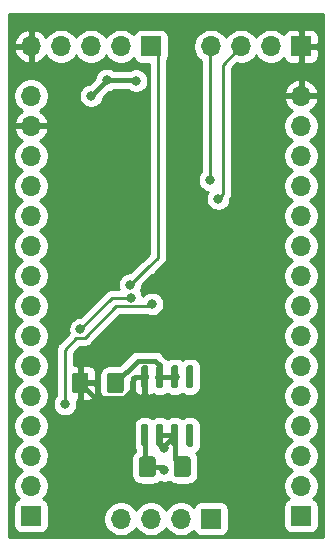
<source format=gbr>
%TF.GenerationSoftware,KiCad,Pcbnew,(5.1.6)-1*%
%TF.CreationDate,2021-02-26T18:45:46+01:00*%
%TF.ProjectId,STM32G031K8U6_Board,53544d33-3247-4303-9331-4b3855365f42,rev?*%
%TF.SameCoordinates,Original*%
%TF.FileFunction,Copper,L2,Bot*%
%TF.FilePolarity,Positive*%
%FSLAX46Y46*%
G04 Gerber Fmt 4.6, Leading zero omitted, Abs format (unit mm)*
G04 Created by KiCad (PCBNEW (5.1.6)-1) date 2021-02-26 18:45:46*
%MOMM*%
%LPD*%
G01*
G04 APERTURE LIST*
%TA.AperFunction,ComponentPad*%
%ADD10R,1.700000X1.700000*%
%TD*%
%TA.AperFunction,ComponentPad*%
%ADD11O,1.700000X1.700000*%
%TD*%
%TA.AperFunction,ViaPad*%
%ADD12C,0.800000*%
%TD*%
%TA.AperFunction,Conductor*%
%ADD13C,0.400000*%
%TD*%
%TA.AperFunction,Conductor*%
%ADD14C,0.250000*%
%TD*%
%TA.AperFunction,Conductor*%
%ADD15C,0.254000*%
%TD*%
G04 APERTURE END LIST*
D10*
%TO.P,J4,1*%
%TO.N,/PA1*%
X111760000Y-78740000D03*
D11*
%TO.P,J4,2*%
%TO.N,/PA0*%
X111760000Y-76200000D03*
%TO.P,J4,3*%
%TO.N,/PC15*%
X111760000Y-73660000D03*
%TO.P,J4,4*%
%TO.N,/PC14*%
X111760000Y-71120000D03*
%TO.P,J4,5*%
%TO.N,/PB9*%
X111760000Y-68580000D03*
%TO.P,J4,6*%
%TO.N,/PB8*%
X111760000Y-66040000D03*
%TO.P,J4,7*%
%TO.N,/PB7*%
X111760000Y-63500000D03*
%TO.P,J4,8*%
%TO.N,/PB6*%
X111760000Y-60960000D03*
%TO.P,J4,9*%
%TO.N,/PB5*%
X111760000Y-58420000D03*
%TO.P,J4,10*%
%TO.N,/PB4*%
X111760000Y-55880000D03*
%TO.P,J4,11*%
%TO.N,/PB3*%
X111760000Y-53340000D03*
%TO.P,J4,12*%
%TO.N,/PA15*%
X111760000Y-50800000D03*
%TO.P,J4,13*%
%TO.N,GND*%
X111760000Y-48260000D03*
%TO.P,J4,14*%
%TO.N,+3V3*%
X111760000Y-45720000D03*
%TO.P,J4,15*%
%TO.N,GND*%
X111760000Y-43180000D03*
%TD*%
%TO.P,C3,2*%
%TO.N,GND*%
%TA.AperFunction,SMDPad,CuDef*%
G36*
G01*
X118175000Y-68125000D02*
X118175000Y-66875000D01*
G75*
G02*
X118425000Y-66625000I250000J0D01*
G01*
X119350000Y-66625000D01*
G75*
G02*
X119600000Y-66875000I0J-250000D01*
G01*
X119600000Y-68125000D01*
G75*
G02*
X119350000Y-68375000I-250000J0D01*
G01*
X118425000Y-68375000D01*
G75*
G02*
X118175000Y-68125000I0J250000D01*
G01*
G37*
%TD.AperFunction*%
%TO.P,C3,1*%
%TO.N,+3V3*%
%TA.AperFunction,SMDPad,CuDef*%
G36*
G01*
X115200000Y-68125000D02*
X115200000Y-66875000D01*
G75*
G02*
X115450000Y-66625000I250000J0D01*
G01*
X116375000Y-66625000D01*
G75*
G02*
X116625000Y-66875000I0J-250000D01*
G01*
X116625000Y-68125000D01*
G75*
G02*
X116375000Y-68375000I-250000J0D01*
G01*
X115450000Y-68375000D01*
G75*
G02*
X115200000Y-68125000I0J250000D01*
G01*
G37*
%TD.AperFunction*%
%TD*%
%TO.P,C5,1*%
%TO.N,Net-(C5-Pad1)*%
%TA.AperFunction,SMDPad,CuDef*%
G36*
G01*
X120887500Y-75225000D02*
X120887500Y-73975000D01*
G75*
G02*
X121137500Y-73725000I250000J0D01*
G01*
X122062500Y-73725000D01*
G75*
G02*
X122312500Y-73975000I0J-250000D01*
G01*
X122312500Y-75225000D01*
G75*
G02*
X122062500Y-75475000I-250000J0D01*
G01*
X121137500Y-75475000D01*
G75*
G02*
X120887500Y-75225000I0J250000D01*
G01*
G37*
%TD.AperFunction*%
%TO.P,C5,2*%
%TO.N,GND*%
%TA.AperFunction,SMDPad,CuDef*%
G36*
G01*
X123862500Y-75225000D02*
X123862500Y-73975000D01*
G75*
G02*
X124112500Y-73725000I250000J0D01*
G01*
X125037500Y-73725000D01*
G75*
G02*
X125287500Y-73975000I0J-250000D01*
G01*
X125287500Y-75225000D01*
G75*
G02*
X125037500Y-75475000I-250000J0D01*
G01*
X124112500Y-75475000D01*
G75*
G02*
X123862500Y-75225000I0J250000D01*
G01*
G37*
%TD.AperFunction*%
%TD*%
D10*
%TO.P,J1,1*%
%TO.N,/PA2*%
X134620000Y-78740000D03*
D11*
%TO.P,J1,2*%
%TO.N,/PA3*%
X134620000Y-76200000D03*
%TO.P,J1,3*%
%TO.N,/PA4*%
X134620000Y-73660000D03*
%TO.P,J1,4*%
%TO.N,/PA5*%
X134620000Y-71120000D03*
%TO.P,J1,5*%
%TO.N,/PA6*%
X134620000Y-68580000D03*
%TO.P,J1,6*%
%TO.N,/PA7*%
X134620000Y-66040000D03*
%TO.P,J1,7*%
%TO.N,/PB0*%
X134620000Y-63500000D03*
%TO.P,J1,8*%
%TO.N,/PB1*%
X134620000Y-60960000D03*
%TO.P,J1,9*%
%TO.N,/PB2*%
X134620000Y-58420000D03*
%TO.P,J1,10*%
%TO.N,/PA8*%
X134620000Y-55880000D03*
%TO.P,J1,11*%
%TO.N,/PC6*%
X134620000Y-53340000D03*
%TO.P,J1,12*%
%TO.N,/PA11*%
X134620000Y-50800000D03*
%TO.P,J1,13*%
%TO.N,/PA12*%
X134620000Y-48260000D03*
%TO.P,J1,14*%
%TO.N,GND*%
X134620000Y-45720000D03*
%TO.P,J1,15*%
%TO.N,+3V3*%
X134620000Y-43180000D03*
%TD*%
D10*
%TO.P,J2,1*%
%TO.N,+3V3*%
X134620000Y-39000000D03*
D11*
%TO.P,J2,2*%
%TO.N,GND*%
X132080000Y-39000000D03*
%TO.P,J2,3*%
%TO.N,/PA9*%
X129540000Y-39000000D03*
%TO.P,J2,4*%
%TO.N,/PA10*%
X127000000Y-39000000D03*
%TD*%
D10*
%TO.P,J3,1*%
%TO.N,/MCU_RST*%
X121920000Y-39000000D03*
D11*
%TO.P,J3,2*%
%TO.N,/SWDIO*%
X119380000Y-39000000D03*
%TO.P,J3,3*%
%TO.N,GND*%
X116840000Y-39000000D03*
%TO.P,J3,4*%
%TO.N,/SWCLK*%
X114300000Y-39000000D03*
%TO.P,J3,5*%
%TO.N,+3V3*%
X111760000Y-39000000D03*
%TD*%
%TO.P,J5,4*%
%TO.N,GND*%
X119380000Y-79000000D03*
%TO.P,J5,3*%
X121920000Y-79000000D03*
%TO.P,J5,2*%
%TO.N,VDC*%
X124460000Y-79000000D03*
D10*
%TO.P,J5,1*%
X127000000Y-79000000D03*
%TD*%
%TO.P,U2,1*%
%TO.N,+3V3*%
%TA.AperFunction,SMDPad,CuDef*%
G36*
G01*
X121245000Y-66000000D02*
X121545000Y-66000000D01*
G75*
G02*
X121695000Y-66150000I0J-150000D01*
G01*
X121695000Y-67800000D01*
G75*
G02*
X121545000Y-67950000I-150000J0D01*
G01*
X121245000Y-67950000D01*
G75*
G02*
X121095000Y-67800000I0J150000D01*
G01*
X121095000Y-66150000D01*
G75*
G02*
X121245000Y-66000000I150000J0D01*
G01*
G37*
%TD.AperFunction*%
%TO.P,U2,2*%
%TO.N,GND*%
%TA.AperFunction,SMDPad,CuDef*%
G36*
G01*
X122515000Y-66000000D02*
X122815000Y-66000000D01*
G75*
G02*
X122965000Y-66150000I0J-150000D01*
G01*
X122965000Y-67800000D01*
G75*
G02*
X122815000Y-67950000I-150000J0D01*
G01*
X122515000Y-67950000D01*
G75*
G02*
X122365000Y-67800000I0J150000D01*
G01*
X122365000Y-66150000D01*
G75*
G02*
X122515000Y-66000000I150000J0D01*
G01*
G37*
%TD.AperFunction*%
%TO.P,U2,3*%
%TA.AperFunction,SMDPad,CuDef*%
G36*
G01*
X123785000Y-66000000D02*
X124085000Y-66000000D01*
G75*
G02*
X124235000Y-66150000I0J-150000D01*
G01*
X124235000Y-67800000D01*
G75*
G02*
X124085000Y-67950000I-150000J0D01*
G01*
X123785000Y-67950000D01*
G75*
G02*
X123635000Y-67800000I0J150000D01*
G01*
X123635000Y-66150000D01*
G75*
G02*
X123785000Y-66000000I150000J0D01*
G01*
G37*
%TD.AperFunction*%
%TO.P,U2,4*%
%TO.N,Net-(U2-Pad4)*%
%TA.AperFunction,SMDPad,CuDef*%
G36*
G01*
X125055000Y-66000000D02*
X125355000Y-66000000D01*
G75*
G02*
X125505000Y-66150000I0J-150000D01*
G01*
X125505000Y-67800000D01*
G75*
G02*
X125355000Y-67950000I-150000J0D01*
G01*
X125055000Y-67950000D01*
G75*
G02*
X124905000Y-67800000I0J150000D01*
G01*
X124905000Y-66150000D01*
G75*
G02*
X125055000Y-66000000I150000J0D01*
G01*
G37*
%TD.AperFunction*%
%TO.P,U2,5*%
%TO.N,Net-(U2-Pad5)*%
%TA.AperFunction,SMDPad,CuDef*%
G36*
G01*
X125055000Y-70950000D02*
X125355000Y-70950000D01*
G75*
G02*
X125505000Y-71100000I0J-150000D01*
G01*
X125505000Y-72750000D01*
G75*
G02*
X125355000Y-72900000I-150000J0D01*
G01*
X125055000Y-72900000D01*
G75*
G02*
X124905000Y-72750000I0J150000D01*
G01*
X124905000Y-71100000D01*
G75*
G02*
X125055000Y-70950000I150000J0D01*
G01*
G37*
%TD.AperFunction*%
%TO.P,U2,6*%
%TO.N,GND*%
%TA.AperFunction,SMDPad,CuDef*%
G36*
G01*
X123785000Y-70950000D02*
X124085000Y-70950000D01*
G75*
G02*
X124235000Y-71100000I0J-150000D01*
G01*
X124235000Y-72750000D01*
G75*
G02*
X124085000Y-72900000I-150000J0D01*
G01*
X123785000Y-72900000D01*
G75*
G02*
X123635000Y-72750000I0J150000D01*
G01*
X123635000Y-71100000D01*
G75*
G02*
X123785000Y-70950000I150000J0D01*
G01*
G37*
%TD.AperFunction*%
%TO.P,U2,7*%
%TA.AperFunction,SMDPad,CuDef*%
G36*
G01*
X122515000Y-70950000D02*
X122815000Y-70950000D01*
G75*
G02*
X122965000Y-71100000I0J-150000D01*
G01*
X122965000Y-72750000D01*
G75*
G02*
X122815000Y-72900000I-150000J0D01*
G01*
X122515000Y-72900000D01*
G75*
G02*
X122365000Y-72750000I0J150000D01*
G01*
X122365000Y-71100000D01*
G75*
G02*
X122515000Y-70950000I150000J0D01*
G01*
G37*
%TD.AperFunction*%
%TO.P,U2,8*%
%TO.N,Net-(C5-Pad1)*%
%TA.AperFunction,SMDPad,CuDef*%
G36*
G01*
X121245000Y-70950000D02*
X121545000Y-70950000D01*
G75*
G02*
X121695000Y-71100000I0J-150000D01*
G01*
X121695000Y-72750000D01*
G75*
G02*
X121545000Y-72900000I-150000J0D01*
G01*
X121245000Y-72900000D01*
G75*
G02*
X121095000Y-72750000I0J150000D01*
G01*
X121095000Y-71100000D01*
G75*
G02*
X121245000Y-70950000I150000J0D01*
G01*
G37*
%TD.AperFunction*%
%TD*%
D12*
%TO.N,GND*%
X118887500Y-67500000D03*
X118172653Y-41847347D03*
X116840000Y-43180000D03*
X120650000Y-41910000D03*
X123050000Y-73000000D03*
X123935000Y-66975000D03*
%TO.N,+3V3*%
X115912500Y-67500000D03*
%TO.N,Net-(C5-Pad1)*%
X123050000Y-74900000D03*
%TO.N,/PA0*%
X115943530Y-62943530D03*
X120200000Y-60300000D03*
%TO.N,/PA1*%
X122000000Y-60800000D03*
X114624078Y-69300000D03*
%TO.N,/PA9*%
X127600000Y-51900000D03*
%TO.N,/PA10*%
X126900000Y-50300000D03*
%TO.N,/MCU_RST*%
X120150000Y-59180000D03*
%TD*%
D13*
%TO.N,GND*%
X120787510Y-65599990D02*
X118887500Y-67500000D01*
X122264990Y-65599990D02*
X120787510Y-65599990D01*
X122665000Y-66000000D02*
X122264990Y-65599990D01*
X122665000Y-66975000D02*
X122665000Y-66000000D01*
X122425000Y-66975000D02*
X123935000Y-66975000D01*
X118172653Y-41847347D02*
X116840000Y-43180000D01*
X118172653Y-41847347D02*
X120587347Y-41847347D01*
X120587347Y-41847347D02*
X120650000Y-41910000D01*
X123935000Y-73960000D02*
X123935000Y-71925000D01*
X124575000Y-74600000D02*
X123935000Y-73960000D01*
X123935000Y-71925000D02*
X122665000Y-71925000D01*
X122665000Y-71925000D02*
X122665000Y-72615000D01*
X122665000Y-72615000D02*
X123050000Y-73000000D01*
X123050000Y-72810000D02*
X123050000Y-73000000D01*
X123935000Y-71925000D02*
X123050000Y-72810000D01*
X122665000Y-66975000D02*
X123935000Y-66975000D01*
%TO.N,+3V3*%
X121395000Y-66975000D02*
X120525000Y-66975000D01*
X120525000Y-66975000D02*
X120400000Y-67100000D01*
X117187510Y-68775010D02*
X115912500Y-67500000D01*
X119619246Y-68775010D02*
X117187510Y-68775010D01*
X120400000Y-67994256D02*
X119619246Y-68775010D01*
X120400000Y-67100000D02*
X120400000Y-67994256D01*
%TO.N,Net-(C5-Pad1)*%
X121395000Y-74395000D02*
X121600000Y-74600000D01*
X121395000Y-71925000D02*
X121395000Y-74395000D01*
X121600000Y-74600000D02*
X122750000Y-74600000D01*
X122750000Y-74600000D02*
X123050000Y-74900000D01*
D14*
%TO.N,/PA0*%
X115943530Y-62943530D02*
X118587060Y-60300000D01*
X118587060Y-60300000D02*
X119400000Y-60300000D01*
X119400000Y-60300000D02*
X120200000Y-60300000D01*
%TO.N,/PA1*%
X122000000Y-60800000D02*
X121774999Y-61025001D01*
X121774999Y-61025001D02*
X118974999Y-61025001D01*
X118974999Y-61025001D02*
X116300000Y-63700000D01*
X116300000Y-63700000D02*
X115600000Y-63700000D01*
X115600000Y-63700000D02*
X114624078Y-64675922D01*
X114624078Y-64675922D02*
X114624078Y-69300000D01*
%TO.N,/PA9*%
X127999999Y-40540001D02*
X129540000Y-39000000D01*
X127999999Y-51500001D02*
X127999999Y-40540001D01*
X127600000Y-51900000D02*
X127999999Y-51500001D01*
%TO.N,/PA10*%
X126900000Y-39100000D02*
X127000000Y-39000000D01*
X126900000Y-50300000D02*
X126900000Y-39100000D01*
%TO.N,/MCU_RST*%
X121700000Y-57700000D02*
X122500000Y-56900000D01*
X122500000Y-39580000D02*
X121920000Y-39000000D01*
X122500000Y-56900000D02*
X122500000Y-39580000D01*
X121700000Y-57700000D02*
X121630000Y-57700000D01*
X121630000Y-57700000D02*
X120150000Y-59180000D01*
%TD*%
D15*
%TO.N,+3V3*%
G36*
X136450000Y-80570000D02*
G01*
X109930000Y-80570000D01*
X109930000Y-77890000D01*
X110271928Y-77890000D01*
X110271928Y-79590000D01*
X110284188Y-79714482D01*
X110320498Y-79834180D01*
X110379463Y-79944494D01*
X110458815Y-80041185D01*
X110555506Y-80120537D01*
X110665820Y-80179502D01*
X110785518Y-80215812D01*
X110910000Y-80228072D01*
X112610000Y-80228072D01*
X112734482Y-80215812D01*
X112854180Y-80179502D01*
X112964494Y-80120537D01*
X113061185Y-80041185D01*
X113140537Y-79944494D01*
X113199502Y-79834180D01*
X113235812Y-79714482D01*
X113248072Y-79590000D01*
X113248072Y-78853740D01*
X117895000Y-78853740D01*
X117895000Y-79146260D01*
X117952068Y-79433158D01*
X118064010Y-79703411D01*
X118226525Y-79946632D01*
X118433368Y-80153475D01*
X118676589Y-80315990D01*
X118946842Y-80427932D01*
X119233740Y-80485000D01*
X119526260Y-80485000D01*
X119813158Y-80427932D01*
X120083411Y-80315990D01*
X120326632Y-80153475D01*
X120533475Y-79946632D01*
X120650000Y-79772240D01*
X120766525Y-79946632D01*
X120973368Y-80153475D01*
X121216589Y-80315990D01*
X121486842Y-80427932D01*
X121773740Y-80485000D01*
X122066260Y-80485000D01*
X122353158Y-80427932D01*
X122623411Y-80315990D01*
X122866632Y-80153475D01*
X123073475Y-79946632D01*
X123190000Y-79772240D01*
X123306525Y-79946632D01*
X123513368Y-80153475D01*
X123756589Y-80315990D01*
X124026842Y-80427932D01*
X124313740Y-80485000D01*
X124606260Y-80485000D01*
X124893158Y-80427932D01*
X125163411Y-80315990D01*
X125406632Y-80153475D01*
X125538487Y-80021620D01*
X125560498Y-80094180D01*
X125619463Y-80204494D01*
X125698815Y-80301185D01*
X125795506Y-80380537D01*
X125905820Y-80439502D01*
X126025518Y-80475812D01*
X126150000Y-80488072D01*
X127850000Y-80488072D01*
X127974482Y-80475812D01*
X128094180Y-80439502D01*
X128204494Y-80380537D01*
X128301185Y-80301185D01*
X128380537Y-80204494D01*
X128439502Y-80094180D01*
X128475812Y-79974482D01*
X128488072Y-79850000D01*
X128488072Y-78150000D01*
X128475812Y-78025518D01*
X128439502Y-77905820D01*
X128431046Y-77890000D01*
X133131928Y-77890000D01*
X133131928Y-79590000D01*
X133144188Y-79714482D01*
X133180498Y-79834180D01*
X133239463Y-79944494D01*
X133318815Y-80041185D01*
X133415506Y-80120537D01*
X133525820Y-80179502D01*
X133645518Y-80215812D01*
X133770000Y-80228072D01*
X135470000Y-80228072D01*
X135594482Y-80215812D01*
X135714180Y-80179502D01*
X135824494Y-80120537D01*
X135921185Y-80041185D01*
X136000537Y-79944494D01*
X136059502Y-79834180D01*
X136095812Y-79714482D01*
X136108072Y-79590000D01*
X136108072Y-77890000D01*
X136095812Y-77765518D01*
X136059502Y-77645820D01*
X136000537Y-77535506D01*
X135921185Y-77438815D01*
X135824494Y-77359463D01*
X135714180Y-77300498D01*
X135641620Y-77278487D01*
X135773475Y-77146632D01*
X135935990Y-76903411D01*
X136047932Y-76633158D01*
X136105000Y-76346260D01*
X136105000Y-76053740D01*
X136047932Y-75766842D01*
X135935990Y-75496589D01*
X135773475Y-75253368D01*
X135566632Y-75046525D01*
X135392240Y-74930000D01*
X135566632Y-74813475D01*
X135773475Y-74606632D01*
X135935990Y-74363411D01*
X136047932Y-74093158D01*
X136105000Y-73806260D01*
X136105000Y-73513740D01*
X136047932Y-73226842D01*
X135935990Y-72956589D01*
X135773475Y-72713368D01*
X135566632Y-72506525D01*
X135392240Y-72390000D01*
X135566632Y-72273475D01*
X135773475Y-72066632D01*
X135935990Y-71823411D01*
X136047932Y-71553158D01*
X136105000Y-71266260D01*
X136105000Y-70973740D01*
X136047932Y-70686842D01*
X135935990Y-70416589D01*
X135773475Y-70173368D01*
X135566632Y-69966525D01*
X135392240Y-69850000D01*
X135566632Y-69733475D01*
X135773475Y-69526632D01*
X135935990Y-69283411D01*
X136047932Y-69013158D01*
X136105000Y-68726260D01*
X136105000Y-68433740D01*
X136047932Y-68146842D01*
X135935990Y-67876589D01*
X135773475Y-67633368D01*
X135566632Y-67426525D01*
X135392240Y-67310000D01*
X135566632Y-67193475D01*
X135773475Y-66986632D01*
X135935990Y-66743411D01*
X136047932Y-66473158D01*
X136105000Y-66186260D01*
X136105000Y-65893740D01*
X136047932Y-65606842D01*
X135935990Y-65336589D01*
X135773475Y-65093368D01*
X135566632Y-64886525D01*
X135392240Y-64770000D01*
X135566632Y-64653475D01*
X135773475Y-64446632D01*
X135935990Y-64203411D01*
X136047932Y-63933158D01*
X136105000Y-63646260D01*
X136105000Y-63353740D01*
X136047932Y-63066842D01*
X135935990Y-62796589D01*
X135773475Y-62553368D01*
X135566632Y-62346525D01*
X135392240Y-62230000D01*
X135566632Y-62113475D01*
X135773475Y-61906632D01*
X135935990Y-61663411D01*
X136047932Y-61393158D01*
X136105000Y-61106260D01*
X136105000Y-60813740D01*
X136047932Y-60526842D01*
X135935990Y-60256589D01*
X135773475Y-60013368D01*
X135566632Y-59806525D01*
X135392240Y-59690000D01*
X135566632Y-59573475D01*
X135773475Y-59366632D01*
X135935990Y-59123411D01*
X136047932Y-58853158D01*
X136105000Y-58566260D01*
X136105000Y-58273740D01*
X136047932Y-57986842D01*
X135935990Y-57716589D01*
X135773475Y-57473368D01*
X135566632Y-57266525D01*
X135392240Y-57150000D01*
X135566632Y-57033475D01*
X135773475Y-56826632D01*
X135935990Y-56583411D01*
X136047932Y-56313158D01*
X136105000Y-56026260D01*
X136105000Y-55733740D01*
X136047932Y-55446842D01*
X135935990Y-55176589D01*
X135773475Y-54933368D01*
X135566632Y-54726525D01*
X135392240Y-54610000D01*
X135566632Y-54493475D01*
X135773475Y-54286632D01*
X135935990Y-54043411D01*
X136047932Y-53773158D01*
X136105000Y-53486260D01*
X136105000Y-53193740D01*
X136047932Y-52906842D01*
X135935990Y-52636589D01*
X135773475Y-52393368D01*
X135566632Y-52186525D01*
X135392240Y-52070000D01*
X135566632Y-51953475D01*
X135773475Y-51746632D01*
X135935990Y-51503411D01*
X136047932Y-51233158D01*
X136105000Y-50946260D01*
X136105000Y-50653740D01*
X136047932Y-50366842D01*
X135935990Y-50096589D01*
X135773475Y-49853368D01*
X135566632Y-49646525D01*
X135392240Y-49530000D01*
X135566632Y-49413475D01*
X135773475Y-49206632D01*
X135935990Y-48963411D01*
X136047932Y-48693158D01*
X136105000Y-48406260D01*
X136105000Y-48113740D01*
X136047932Y-47826842D01*
X135935990Y-47556589D01*
X135773475Y-47313368D01*
X135566632Y-47106525D01*
X135392240Y-46990000D01*
X135566632Y-46873475D01*
X135773475Y-46666632D01*
X135935990Y-46423411D01*
X136047932Y-46153158D01*
X136105000Y-45866260D01*
X136105000Y-45573740D01*
X136047932Y-45286842D01*
X135935990Y-45016589D01*
X135773475Y-44773368D01*
X135566632Y-44566525D01*
X135384466Y-44444805D01*
X135501355Y-44375178D01*
X135717588Y-44180269D01*
X135891641Y-43946920D01*
X136016825Y-43684099D01*
X136061476Y-43536890D01*
X135940155Y-43307000D01*
X134747000Y-43307000D01*
X134747000Y-43327000D01*
X134493000Y-43327000D01*
X134493000Y-43307000D01*
X133299845Y-43307000D01*
X133178524Y-43536890D01*
X133223175Y-43684099D01*
X133348359Y-43946920D01*
X133522412Y-44180269D01*
X133738645Y-44375178D01*
X133855534Y-44444805D01*
X133673368Y-44566525D01*
X133466525Y-44773368D01*
X133304010Y-45016589D01*
X133192068Y-45286842D01*
X133135000Y-45573740D01*
X133135000Y-45866260D01*
X133192068Y-46153158D01*
X133304010Y-46423411D01*
X133466525Y-46666632D01*
X133673368Y-46873475D01*
X133847760Y-46990000D01*
X133673368Y-47106525D01*
X133466525Y-47313368D01*
X133304010Y-47556589D01*
X133192068Y-47826842D01*
X133135000Y-48113740D01*
X133135000Y-48406260D01*
X133192068Y-48693158D01*
X133304010Y-48963411D01*
X133466525Y-49206632D01*
X133673368Y-49413475D01*
X133847760Y-49530000D01*
X133673368Y-49646525D01*
X133466525Y-49853368D01*
X133304010Y-50096589D01*
X133192068Y-50366842D01*
X133135000Y-50653740D01*
X133135000Y-50946260D01*
X133192068Y-51233158D01*
X133304010Y-51503411D01*
X133466525Y-51746632D01*
X133673368Y-51953475D01*
X133847760Y-52070000D01*
X133673368Y-52186525D01*
X133466525Y-52393368D01*
X133304010Y-52636589D01*
X133192068Y-52906842D01*
X133135000Y-53193740D01*
X133135000Y-53486260D01*
X133192068Y-53773158D01*
X133304010Y-54043411D01*
X133466525Y-54286632D01*
X133673368Y-54493475D01*
X133847760Y-54610000D01*
X133673368Y-54726525D01*
X133466525Y-54933368D01*
X133304010Y-55176589D01*
X133192068Y-55446842D01*
X133135000Y-55733740D01*
X133135000Y-56026260D01*
X133192068Y-56313158D01*
X133304010Y-56583411D01*
X133466525Y-56826632D01*
X133673368Y-57033475D01*
X133847760Y-57150000D01*
X133673368Y-57266525D01*
X133466525Y-57473368D01*
X133304010Y-57716589D01*
X133192068Y-57986842D01*
X133135000Y-58273740D01*
X133135000Y-58566260D01*
X133192068Y-58853158D01*
X133304010Y-59123411D01*
X133466525Y-59366632D01*
X133673368Y-59573475D01*
X133847760Y-59690000D01*
X133673368Y-59806525D01*
X133466525Y-60013368D01*
X133304010Y-60256589D01*
X133192068Y-60526842D01*
X133135000Y-60813740D01*
X133135000Y-61106260D01*
X133192068Y-61393158D01*
X133304010Y-61663411D01*
X133466525Y-61906632D01*
X133673368Y-62113475D01*
X133847760Y-62230000D01*
X133673368Y-62346525D01*
X133466525Y-62553368D01*
X133304010Y-62796589D01*
X133192068Y-63066842D01*
X133135000Y-63353740D01*
X133135000Y-63646260D01*
X133192068Y-63933158D01*
X133304010Y-64203411D01*
X133466525Y-64446632D01*
X133673368Y-64653475D01*
X133847760Y-64770000D01*
X133673368Y-64886525D01*
X133466525Y-65093368D01*
X133304010Y-65336589D01*
X133192068Y-65606842D01*
X133135000Y-65893740D01*
X133135000Y-66186260D01*
X133192068Y-66473158D01*
X133304010Y-66743411D01*
X133466525Y-66986632D01*
X133673368Y-67193475D01*
X133847760Y-67310000D01*
X133673368Y-67426525D01*
X133466525Y-67633368D01*
X133304010Y-67876589D01*
X133192068Y-68146842D01*
X133135000Y-68433740D01*
X133135000Y-68726260D01*
X133192068Y-69013158D01*
X133304010Y-69283411D01*
X133466525Y-69526632D01*
X133673368Y-69733475D01*
X133847760Y-69850000D01*
X133673368Y-69966525D01*
X133466525Y-70173368D01*
X133304010Y-70416589D01*
X133192068Y-70686842D01*
X133135000Y-70973740D01*
X133135000Y-71266260D01*
X133192068Y-71553158D01*
X133304010Y-71823411D01*
X133466525Y-72066632D01*
X133673368Y-72273475D01*
X133847760Y-72390000D01*
X133673368Y-72506525D01*
X133466525Y-72713368D01*
X133304010Y-72956589D01*
X133192068Y-73226842D01*
X133135000Y-73513740D01*
X133135000Y-73806260D01*
X133192068Y-74093158D01*
X133304010Y-74363411D01*
X133466525Y-74606632D01*
X133673368Y-74813475D01*
X133847760Y-74930000D01*
X133673368Y-75046525D01*
X133466525Y-75253368D01*
X133304010Y-75496589D01*
X133192068Y-75766842D01*
X133135000Y-76053740D01*
X133135000Y-76346260D01*
X133192068Y-76633158D01*
X133304010Y-76903411D01*
X133466525Y-77146632D01*
X133598380Y-77278487D01*
X133525820Y-77300498D01*
X133415506Y-77359463D01*
X133318815Y-77438815D01*
X133239463Y-77535506D01*
X133180498Y-77645820D01*
X133144188Y-77765518D01*
X133131928Y-77890000D01*
X128431046Y-77890000D01*
X128380537Y-77795506D01*
X128301185Y-77698815D01*
X128204494Y-77619463D01*
X128094180Y-77560498D01*
X127974482Y-77524188D01*
X127850000Y-77511928D01*
X126150000Y-77511928D01*
X126025518Y-77524188D01*
X125905820Y-77560498D01*
X125795506Y-77619463D01*
X125698815Y-77698815D01*
X125619463Y-77795506D01*
X125560498Y-77905820D01*
X125538487Y-77978380D01*
X125406632Y-77846525D01*
X125163411Y-77684010D01*
X124893158Y-77572068D01*
X124606260Y-77515000D01*
X124313740Y-77515000D01*
X124026842Y-77572068D01*
X123756589Y-77684010D01*
X123513368Y-77846525D01*
X123306525Y-78053368D01*
X123190000Y-78227760D01*
X123073475Y-78053368D01*
X122866632Y-77846525D01*
X122623411Y-77684010D01*
X122353158Y-77572068D01*
X122066260Y-77515000D01*
X121773740Y-77515000D01*
X121486842Y-77572068D01*
X121216589Y-77684010D01*
X120973368Y-77846525D01*
X120766525Y-78053368D01*
X120650000Y-78227760D01*
X120533475Y-78053368D01*
X120326632Y-77846525D01*
X120083411Y-77684010D01*
X119813158Y-77572068D01*
X119526260Y-77515000D01*
X119233740Y-77515000D01*
X118946842Y-77572068D01*
X118676589Y-77684010D01*
X118433368Y-77846525D01*
X118226525Y-78053368D01*
X118064010Y-78296589D01*
X117952068Y-78566842D01*
X117895000Y-78853740D01*
X113248072Y-78853740D01*
X113248072Y-77890000D01*
X113235812Y-77765518D01*
X113199502Y-77645820D01*
X113140537Y-77535506D01*
X113061185Y-77438815D01*
X112964494Y-77359463D01*
X112854180Y-77300498D01*
X112781620Y-77278487D01*
X112913475Y-77146632D01*
X113075990Y-76903411D01*
X113187932Y-76633158D01*
X113245000Y-76346260D01*
X113245000Y-76053740D01*
X113187932Y-75766842D01*
X113075990Y-75496589D01*
X112913475Y-75253368D01*
X112706632Y-75046525D01*
X112532240Y-74930000D01*
X112706632Y-74813475D01*
X112913475Y-74606632D01*
X113075990Y-74363411D01*
X113187932Y-74093158D01*
X113211435Y-73975000D01*
X120249428Y-73975000D01*
X120249428Y-75225000D01*
X120266492Y-75398254D01*
X120317028Y-75564850D01*
X120399095Y-75718386D01*
X120509538Y-75852962D01*
X120644114Y-75963405D01*
X120797650Y-76045472D01*
X120964246Y-76096008D01*
X121137500Y-76113072D01*
X122062500Y-76113072D01*
X122235754Y-76096008D01*
X122402350Y-76045472D01*
X122555886Y-75963405D01*
X122675571Y-75865183D01*
X122748102Y-75895226D01*
X122948061Y-75935000D01*
X123151939Y-75935000D01*
X123351898Y-75895226D01*
X123476773Y-75843501D01*
X123484538Y-75852962D01*
X123619114Y-75963405D01*
X123772650Y-76045472D01*
X123939246Y-76096008D01*
X124112500Y-76113072D01*
X125037500Y-76113072D01*
X125210754Y-76096008D01*
X125377350Y-76045472D01*
X125530886Y-75963405D01*
X125665462Y-75852962D01*
X125775905Y-75718386D01*
X125857972Y-75564850D01*
X125908508Y-75398254D01*
X125925572Y-75225000D01*
X125925572Y-73975000D01*
X125908508Y-73801746D01*
X125857972Y-73635150D01*
X125775905Y-73481614D01*
X125737509Y-73434828D01*
X125792829Y-73405258D01*
X125912251Y-73307251D01*
X126010258Y-73187829D01*
X126083084Y-73051582D01*
X126127929Y-72903745D01*
X126143072Y-72750000D01*
X126143072Y-71100000D01*
X126127929Y-70946255D01*
X126083084Y-70798418D01*
X126010258Y-70662171D01*
X125912251Y-70542749D01*
X125792829Y-70444742D01*
X125656582Y-70371916D01*
X125508745Y-70327071D01*
X125355000Y-70311928D01*
X125055000Y-70311928D01*
X124901255Y-70327071D01*
X124753418Y-70371916D01*
X124617171Y-70444742D01*
X124570000Y-70483454D01*
X124522829Y-70444742D01*
X124386582Y-70371916D01*
X124238745Y-70327071D01*
X124085000Y-70311928D01*
X123785000Y-70311928D01*
X123631255Y-70327071D01*
X123483418Y-70371916D01*
X123347171Y-70444742D01*
X123300000Y-70483454D01*
X123252829Y-70444742D01*
X123116582Y-70371916D01*
X122968745Y-70327071D01*
X122815000Y-70311928D01*
X122515000Y-70311928D01*
X122361255Y-70327071D01*
X122213418Y-70371916D01*
X122077171Y-70444742D01*
X122030000Y-70483454D01*
X121982829Y-70444742D01*
X121846582Y-70371916D01*
X121698745Y-70327071D01*
X121545000Y-70311928D01*
X121245000Y-70311928D01*
X121091255Y-70327071D01*
X120943418Y-70371916D01*
X120807171Y-70444742D01*
X120687749Y-70542749D01*
X120589742Y-70662171D01*
X120516916Y-70798418D01*
X120472071Y-70946255D01*
X120456928Y-71100000D01*
X120456928Y-72750000D01*
X120472071Y-72903745D01*
X120516916Y-73051582D01*
X120560000Y-73132187D01*
X120560001Y-73305625D01*
X120509538Y-73347038D01*
X120399095Y-73481614D01*
X120317028Y-73635150D01*
X120266492Y-73801746D01*
X120249428Y-73975000D01*
X113211435Y-73975000D01*
X113245000Y-73806260D01*
X113245000Y-73513740D01*
X113187932Y-73226842D01*
X113075990Y-72956589D01*
X112913475Y-72713368D01*
X112706632Y-72506525D01*
X112532240Y-72390000D01*
X112706632Y-72273475D01*
X112913475Y-72066632D01*
X113075990Y-71823411D01*
X113187932Y-71553158D01*
X113245000Y-71266260D01*
X113245000Y-70973740D01*
X113187932Y-70686842D01*
X113075990Y-70416589D01*
X112913475Y-70173368D01*
X112706632Y-69966525D01*
X112532240Y-69850000D01*
X112706632Y-69733475D01*
X112913475Y-69526632D01*
X113075990Y-69283411D01*
X113187932Y-69013158D01*
X113245000Y-68726260D01*
X113245000Y-68433740D01*
X113187932Y-68146842D01*
X113075990Y-67876589D01*
X112913475Y-67633368D01*
X112706632Y-67426525D01*
X112532240Y-67310000D01*
X112706632Y-67193475D01*
X112913475Y-66986632D01*
X113075990Y-66743411D01*
X113187932Y-66473158D01*
X113245000Y-66186260D01*
X113245000Y-65893740D01*
X113187932Y-65606842D01*
X113075990Y-65336589D01*
X112913475Y-65093368D01*
X112706632Y-64886525D01*
X112532240Y-64770000D01*
X112706632Y-64653475D01*
X112913475Y-64446632D01*
X113075990Y-64203411D01*
X113187932Y-63933158D01*
X113245000Y-63646260D01*
X113245000Y-63353740D01*
X113187932Y-63066842D01*
X113075990Y-62796589D01*
X112913475Y-62553368D01*
X112706632Y-62346525D01*
X112532240Y-62230000D01*
X112706632Y-62113475D01*
X112913475Y-61906632D01*
X113075990Y-61663411D01*
X113187932Y-61393158D01*
X113245000Y-61106260D01*
X113245000Y-60813740D01*
X113187932Y-60526842D01*
X113075990Y-60256589D01*
X112913475Y-60013368D01*
X112706632Y-59806525D01*
X112532240Y-59690000D01*
X112706632Y-59573475D01*
X112913475Y-59366632D01*
X113075990Y-59123411D01*
X113187932Y-58853158D01*
X113245000Y-58566260D01*
X113245000Y-58273740D01*
X113187932Y-57986842D01*
X113075990Y-57716589D01*
X112913475Y-57473368D01*
X112706632Y-57266525D01*
X112532240Y-57150000D01*
X112706632Y-57033475D01*
X112913475Y-56826632D01*
X113075990Y-56583411D01*
X113187932Y-56313158D01*
X113245000Y-56026260D01*
X113245000Y-55733740D01*
X113187932Y-55446842D01*
X113075990Y-55176589D01*
X112913475Y-54933368D01*
X112706632Y-54726525D01*
X112532240Y-54610000D01*
X112706632Y-54493475D01*
X112913475Y-54286632D01*
X113075990Y-54043411D01*
X113187932Y-53773158D01*
X113245000Y-53486260D01*
X113245000Y-53193740D01*
X113187932Y-52906842D01*
X113075990Y-52636589D01*
X112913475Y-52393368D01*
X112706632Y-52186525D01*
X112532240Y-52070000D01*
X112706632Y-51953475D01*
X112913475Y-51746632D01*
X113075990Y-51503411D01*
X113187932Y-51233158D01*
X113245000Y-50946260D01*
X113245000Y-50653740D01*
X113187932Y-50366842D01*
X113075990Y-50096589D01*
X112913475Y-49853368D01*
X112706632Y-49646525D01*
X112532240Y-49530000D01*
X112706632Y-49413475D01*
X112913475Y-49206632D01*
X113075990Y-48963411D01*
X113187932Y-48693158D01*
X113245000Y-48406260D01*
X113245000Y-48113740D01*
X113187932Y-47826842D01*
X113075990Y-47556589D01*
X112913475Y-47313368D01*
X112706632Y-47106525D01*
X112524466Y-46984805D01*
X112641355Y-46915178D01*
X112857588Y-46720269D01*
X113031641Y-46486920D01*
X113156825Y-46224099D01*
X113201476Y-46076890D01*
X113080155Y-45847000D01*
X111887000Y-45847000D01*
X111887000Y-45867000D01*
X111633000Y-45867000D01*
X111633000Y-45847000D01*
X110439845Y-45847000D01*
X110318524Y-46076890D01*
X110363175Y-46224099D01*
X110488359Y-46486920D01*
X110662412Y-46720269D01*
X110878645Y-46915178D01*
X110995534Y-46984805D01*
X110813368Y-47106525D01*
X110606525Y-47313368D01*
X110444010Y-47556589D01*
X110332068Y-47826842D01*
X110275000Y-48113740D01*
X110275000Y-48406260D01*
X110332068Y-48693158D01*
X110444010Y-48963411D01*
X110606525Y-49206632D01*
X110813368Y-49413475D01*
X110987760Y-49530000D01*
X110813368Y-49646525D01*
X110606525Y-49853368D01*
X110444010Y-50096589D01*
X110332068Y-50366842D01*
X110275000Y-50653740D01*
X110275000Y-50946260D01*
X110332068Y-51233158D01*
X110444010Y-51503411D01*
X110606525Y-51746632D01*
X110813368Y-51953475D01*
X110987760Y-52070000D01*
X110813368Y-52186525D01*
X110606525Y-52393368D01*
X110444010Y-52636589D01*
X110332068Y-52906842D01*
X110275000Y-53193740D01*
X110275000Y-53486260D01*
X110332068Y-53773158D01*
X110444010Y-54043411D01*
X110606525Y-54286632D01*
X110813368Y-54493475D01*
X110987760Y-54610000D01*
X110813368Y-54726525D01*
X110606525Y-54933368D01*
X110444010Y-55176589D01*
X110332068Y-55446842D01*
X110275000Y-55733740D01*
X110275000Y-56026260D01*
X110332068Y-56313158D01*
X110444010Y-56583411D01*
X110606525Y-56826632D01*
X110813368Y-57033475D01*
X110987760Y-57150000D01*
X110813368Y-57266525D01*
X110606525Y-57473368D01*
X110444010Y-57716589D01*
X110332068Y-57986842D01*
X110275000Y-58273740D01*
X110275000Y-58566260D01*
X110332068Y-58853158D01*
X110444010Y-59123411D01*
X110606525Y-59366632D01*
X110813368Y-59573475D01*
X110987760Y-59690000D01*
X110813368Y-59806525D01*
X110606525Y-60013368D01*
X110444010Y-60256589D01*
X110332068Y-60526842D01*
X110275000Y-60813740D01*
X110275000Y-61106260D01*
X110332068Y-61393158D01*
X110444010Y-61663411D01*
X110606525Y-61906632D01*
X110813368Y-62113475D01*
X110987760Y-62230000D01*
X110813368Y-62346525D01*
X110606525Y-62553368D01*
X110444010Y-62796589D01*
X110332068Y-63066842D01*
X110275000Y-63353740D01*
X110275000Y-63646260D01*
X110332068Y-63933158D01*
X110444010Y-64203411D01*
X110606525Y-64446632D01*
X110813368Y-64653475D01*
X110987760Y-64770000D01*
X110813368Y-64886525D01*
X110606525Y-65093368D01*
X110444010Y-65336589D01*
X110332068Y-65606842D01*
X110275000Y-65893740D01*
X110275000Y-66186260D01*
X110332068Y-66473158D01*
X110444010Y-66743411D01*
X110606525Y-66986632D01*
X110813368Y-67193475D01*
X110987760Y-67310000D01*
X110813368Y-67426525D01*
X110606525Y-67633368D01*
X110444010Y-67876589D01*
X110332068Y-68146842D01*
X110275000Y-68433740D01*
X110275000Y-68726260D01*
X110332068Y-69013158D01*
X110444010Y-69283411D01*
X110606525Y-69526632D01*
X110813368Y-69733475D01*
X110987760Y-69850000D01*
X110813368Y-69966525D01*
X110606525Y-70173368D01*
X110444010Y-70416589D01*
X110332068Y-70686842D01*
X110275000Y-70973740D01*
X110275000Y-71266260D01*
X110332068Y-71553158D01*
X110444010Y-71823411D01*
X110606525Y-72066632D01*
X110813368Y-72273475D01*
X110987760Y-72390000D01*
X110813368Y-72506525D01*
X110606525Y-72713368D01*
X110444010Y-72956589D01*
X110332068Y-73226842D01*
X110275000Y-73513740D01*
X110275000Y-73806260D01*
X110332068Y-74093158D01*
X110444010Y-74363411D01*
X110606525Y-74606632D01*
X110813368Y-74813475D01*
X110987760Y-74930000D01*
X110813368Y-75046525D01*
X110606525Y-75253368D01*
X110444010Y-75496589D01*
X110332068Y-75766842D01*
X110275000Y-76053740D01*
X110275000Y-76346260D01*
X110332068Y-76633158D01*
X110444010Y-76903411D01*
X110606525Y-77146632D01*
X110738380Y-77278487D01*
X110665820Y-77300498D01*
X110555506Y-77359463D01*
X110458815Y-77438815D01*
X110379463Y-77535506D01*
X110320498Y-77645820D01*
X110284188Y-77765518D01*
X110271928Y-77890000D01*
X109930000Y-77890000D01*
X109930000Y-43033740D01*
X110275000Y-43033740D01*
X110275000Y-43326260D01*
X110332068Y-43613158D01*
X110444010Y-43883411D01*
X110606525Y-44126632D01*
X110813368Y-44333475D01*
X110995534Y-44455195D01*
X110878645Y-44524822D01*
X110662412Y-44719731D01*
X110488359Y-44953080D01*
X110363175Y-45215901D01*
X110318524Y-45363110D01*
X110439845Y-45593000D01*
X111633000Y-45593000D01*
X111633000Y-45573000D01*
X111887000Y-45573000D01*
X111887000Y-45593000D01*
X113080155Y-45593000D01*
X113201476Y-45363110D01*
X113156825Y-45215901D01*
X113031641Y-44953080D01*
X112857588Y-44719731D01*
X112641355Y-44524822D01*
X112524466Y-44455195D01*
X112706632Y-44333475D01*
X112913475Y-44126632D01*
X113075990Y-43883411D01*
X113187932Y-43613158D01*
X113245000Y-43326260D01*
X113245000Y-43078061D01*
X115805000Y-43078061D01*
X115805000Y-43281939D01*
X115844774Y-43481898D01*
X115922795Y-43670256D01*
X116036063Y-43839774D01*
X116180226Y-43983937D01*
X116349744Y-44097205D01*
X116538102Y-44175226D01*
X116738061Y-44215000D01*
X116941939Y-44215000D01*
X117141898Y-44175226D01*
X117330256Y-44097205D01*
X117499774Y-43983937D01*
X117643937Y-43839774D01*
X117757205Y-43670256D01*
X117835226Y-43481898D01*
X117864092Y-43336775D01*
X118329429Y-42871439D01*
X118474551Y-42842573D01*
X118662909Y-42764552D01*
X118785938Y-42682347D01*
X119958636Y-42682347D01*
X119990226Y-42713937D01*
X120159744Y-42827205D01*
X120348102Y-42905226D01*
X120548061Y-42945000D01*
X120751939Y-42945000D01*
X120951898Y-42905226D01*
X121140256Y-42827205D01*
X121309774Y-42713937D01*
X121453937Y-42569774D01*
X121567205Y-42400256D01*
X121645226Y-42211898D01*
X121685000Y-42011939D01*
X121685000Y-41808061D01*
X121645226Y-41608102D01*
X121567205Y-41419744D01*
X121453937Y-41250226D01*
X121309774Y-41106063D01*
X121140256Y-40992795D01*
X120951898Y-40914774D01*
X120751939Y-40875000D01*
X120548061Y-40875000D01*
X120348102Y-40914774D01*
X120159744Y-40992795D01*
X120130482Y-41012347D01*
X118785938Y-41012347D01*
X118662909Y-40930142D01*
X118474551Y-40852121D01*
X118274592Y-40812347D01*
X118070714Y-40812347D01*
X117870755Y-40852121D01*
X117682397Y-40930142D01*
X117512879Y-41043410D01*
X117368716Y-41187573D01*
X117255448Y-41357091D01*
X117177427Y-41545449D01*
X117148561Y-41690571D01*
X116683225Y-42155908D01*
X116538102Y-42184774D01*
X116349744Y-42262795D01*
X116180226Y-42376063D01*
X116036063Y-42520226D01*
X115922795Y-42689744D01*
X115844774Y-42878102D01*
X115805000Y-43078061D01*
X113245000Y-43078061D01*
X113245000Y-43033740D01*
X113187932Y-42746842D01*
X113075990Y-42476589D01*
X112913475Y-42233368D01*
X112706632Y-42026525D01*
X112463411Y-41864010D01*
X112193158Y-41752068D01*
X111906260Y-41695000D01*
X111613740Y-41695000D01*
X111326842Y-41752068D01*
X111056589Y-41864010D01*
X110813368Y-42026525D01*
X110606525Y-42233368D01*
X110444010Y-42476589D01*
X110332068Y-42746842D01*
X110275000Y-43033740D01*
X109930000Y-43033740D01*
X109930000Y-39356891D01*
X110318519Y-39356891D01*
X110415843Y-39631252D01*
X110564822Y-39881355D01*
X110759731Y-40097588D01*
X110993080Y-40271641D01*
X111255901Y-40396825D01*
X111403110Y-40441476D01*
X111633000Y-40320155D01*
X111633000Y-39127000D01*
X110439186Y-39127000D01*
X110318519Y-39356891D01*
X109930000Y-39356891D01*
X109930000Y-38643109D01*
X110318519Y-38643109D01*
X110439186Y-38873000D01*
X111633000Y-38873000D01*
X111633000Y-37679845D01*
X111887000Y-37679845D01*
X111887000Y-38873000D01*
X111907000Y-38873000D01*
X111907000Y-39127000D01*
X111887000Y-39127000D01*
X111887000Y-40320155D01*
X112116890Y-40441476D01*
X112264099Y-40396825D01*
X112526920Y-40271641D01*
X112760269Y-40097588D01*
X112955178Y-39881355D01*
X113024805Y-39764466D01*
X113146525Y-39946632D01*
X113353368Y-40153475D01*
X113596589Y-40315990D01*
X113866842Y-40427932D01*
X114153740Y-40485000D01*
X114446260Y-40485000D01*
X114733158Y-40427932D01*
X115003411Y-40315990D01*
X115246632Y-40153475D01*
X115453475Y-39946632D01*
X115570000Y-39772240D01*
X115686525Y-39946632D01*
X115893368Y-40153475D01*
X116136589Y-40315990D01*
X116406842Y-40427932D01*
X116693740Y-40485000D01*
X116986260Y-40485000D01*
X117273158Y-40427932D01*
X117543411Y-40315990D01*
X117786632Y-40153475D01*
X117993475Y-39946632D01*
X118110000Y-39772240D01*
X118226525Y-39946632D01*
X118433368Y-40153475D01*
X118676589Y-40315990D01*
X118946842Y-40427932D01*
X119233740Y-40485000D01*
X119526260Y-40485000D01*
X119813158Y-40427932D01*
X120083411Y-40315990D01*
X120326632Y-40153475D01*
X120458487Y-40021620D01*
X120480498Y-40094180D01*
X120539463Y-40204494D01*
X120618815Y-40301185D01*
X120715506Y-40380537D01*
X120825820Y-40439502D01*
X120945518Y-40475812D01*
X121070000Y-40488072D01*
X121740001Y-40488072D01*
X121740000Y-56585198D01*
X121322697Y-57002502D01*
X121205723Y-57065026D01*
X121122083Y-57133668D01*
X121089999Y-57159999D01*
X121066201Y-57188997D01*
X120110199Y-58145000D01*
X120048061Y-58145000D01*
X119848102Y-58184774D01*
X119659744Y-58262795D01*
X119490226Y-58376063D01*
X119346063Y-58520226D01*
X119232795Y-58689744D01*
X119154774Y-58878102D01*
X119115000Y-59078061D01*
X119115000Y-59281939D01*
X119154774Y-59481898D01*
X119178841Y-59540000D01*
X118624382Y-59540000D01*
X118587060Y-59536324D01*
X118549737Y-59540000D01*
X118549727Y-59540000D01*
X118438074Y-59550997D01*
X118294813Y-59594454D01*
X118162783Y-59665026D01*
X118095797Y-59720001D01*
X118047059Y-59759999D01*
X118023261Y-59788997D01*
X115903729Y-61908530D01*
X115841591Y-61908530D01*
X115641632Y-61948304D01*
X115453274Y-62026325D01*
X115283756Y-62139593D01*
X115139593Y-62283756D01*
X115026325Y-62453274D01*
X114948304Y-62641632D01*
X114908530Y-62841591D01*
X114908530Y-63045469D01*
X114948304Y-63245428D01*
X114957520Y-63267678D01*
X114113080Y-64112118D01*
X114084077Y-64135921D01*
X114028949Y-64203096D01*
X113989104Y-64251646D01*
X113944564Y-64334974D01*
X113918532Y-64383676D01*
X113875075Y-64526937D01*
X113864078Y-64638590D01*
X113864078Y-64638600D01*
X113860402Y-64675922D01*
X113864078Y-64713245D01*
X113864079Y-68596288D01*
X113820141Y-68640226D01*
X113706873Y-68809744D01*
X113628852Y-68998102D01*
X113589078Y-69198061D01*
X113589078Y-69401939D01*
X113628852Y-69601898D01*
X113706873Y-69790256D01*
X113820141Y-69959774D01*
X113964304Y-70103937D01*
X114133822Y-70217205D01*
X114322180Y-70295226D01*
X114522139Y-70335000D01*
X114726017Y-70335000D01*
X114925976Y-70295226D01*
X115114334Y-70217205D01*
X115283852Y-70103937D01*
X115428015Y-69959774D01*
X115541283Y-69790256D01*
X115619304Y-69601898D01*
X115659078Y-69401939D01*
X115659078Y-69198061D01*
X115621678Y-69010037D01*
X115626750Y-69010000D01*
X115785500Y-68851250D01*
X115785500Y-67627000D01*
X116039500Y-67627000D01*
X116039500Y-68851250D01*
X116198250Y-69010000D01*
X116625000Y-69013072D01*
X116749482Y-69000812D01*
X116869180Y-68964502D01*
X116979494Y-68905537D01*
X117076185Y-68826185D01*
X117155537Y-68729494D01*
X117214502Y-68619180D01*
X117250812Y-68499482D01*
X117263072Y-68375000D01*
X117260000Y-67785750D01*
X117101250Y-67627000D01*
X116039500Y-67627000D01*
X115785500Y-67627000D01*
X115765500Y-67627000D01*
X115765500Y-67373000D01*
X115785500Y-67373000D01*
X115785500Y-66148750D01*
X116039500Y-66148750D01*
X116039500Y-67373000D01*
X117101250Y-67373000D01*
X117260000Y-67214250D01*
X117261768Y-66875000D01*
X117536928Y-66875000D01*
X117536928Y-68125000D01*
X117553992Y-68298254D01*
X117604528Y-68464850D01*
X117686595Y-68618386D01*
X117797038Y-68752962D01*
X117931614Y-68863405D01*
X118085150Y-68945472D01*
X118251746Y-68996008D01*
X118425000Y-69013072D01*
X119350000Y-69013072D01*
X119523254Y-68996008D01*
X119689850Y-68945472D01*
X119843386Y-68863405D01*
X119977962Y-68752962D01*
X120088405Y-68618386D01*
X120170472Y-68464850D01*
X120221008Y-68298254D01*
X120238072Y-68125000D01*
X120238072Y-67330296D01*
X120466366Y-67102002D01*
X120618748Y-67102002D01*
X120460000Y-67260750D01*
X120456928Y-67950000D01*
X120469188Y-68074482D01*
X120505498Y-68194180D01*
X120564463Y-68304494D01*
X120643815Y-68401185D01*
X120740506Y-68480537D01*
X120850820Y-68539502D01*
X120970518Y-68575812D01*
X121095000Y-68588072D01*
X121109250Y-68585000D01*
X121268000Y-68426250D01*
X121268000Y-67102000D01*
X121248000Y-67102000D01*
X121248000Y-66848000D01*
X121268000Y-66848000D01*
X121268000Y-66828000D01*
X121522000Y-66828000D01*
X121522000Y-66848000D01*
X121542000Y-66848000D01*
X121542000Y-67102000D01*
X121522000Y-67102000D01*
X121522000Y-68426250D01*
X121680750Y-68585000D01*
X121695000Y-68588072D01*
X121819482Y-68575812D01*
X121939180Y-68539502D01*
X122049494Y-68480537D01*
X122079064Y-68456270D01*
X122213418Y-68528084D01*
X122361255Y-68572929D01*
X122515000Y-68588072D01*
X122815000Y-68588072D01*
X122968745Y-68572929D01*
X123116582Y-68528084D01*
X123252829Y-68455258D01*
X123300000Y-68416546D01*
X123347171Y-68455258D01*
X123483418Y-68528084D01*
X123631255Y-68572929D01*
X123785000Y-68588072D01*
X124085000Y-68588072D01*
X124238745Y-68572929D01*
X124386582Y-68528084D01*
X124522829Y-68455258D01*
X124570000Y-68416546D01*
X124617171Y-68455258D01*
X124753418Y-68528084D01*
X124901255Y-68572929D01*
X125055000Y-68588072D01*
X125355000Y-68588072D01*
X125508745Y-68572929D01*
X125656582Y-68528084D01*
X125792829Y-68455258D01*
X125912251Y-68357251D01*
X126010258Y-68237829D01*
X126083084Y-68101582D01*
X126127929Y-67953745D01*
X126143072Y-67800000D01*
X126143072Y-66150000D01*
X126127929Y-65996255D01*
X126083084Y-65848418D01*
X126010258Y-65712171D01*
X125912251Y-65592749D01*
X125792829Y-65494742D01*
X125656582Y-65421916D01*
X125508745Y-65377071D01*
X125355000Y-65361928D01*
X125055000Y-65361928D01*
X124901255Y-65377071D01*
X124753418Y-65421916D01*
X124617171Y-65494742D01*
X124570000Y-65533454D01*
X124522829Y-65494742D01*
X124386582Y-65421916D01*
X124238745Y-65377071D01*
X124085000Y-65361928D01*
X123785000Y-65361928D01*
X123631255Y-65377071D01*
X123483418Y-65421916D01*
X123347171Y-65494742D01*
X123337232Y-65502899D01*
X123258291Y-65406709D01*
X123226426Y-65380558D01*
X122884435Y-65038568D01*
X122858281Y-65006699D01*
X122731136Y-64902354D01*
X122586077Y-64824818D01*
X122428679Y-64777072D01*
X122306009Y-64764990D01*
X122306008Y-64764990D01*
X122264990Y-64760950D01*
X122223972Y-64764990D01*
X120828528Y-64764990D01*
X120787510Y-64760950D01*
X120746491Y-64764990D01*
X120623821Y-64777072D01*
X120466423Y-64824818D01*
X120321364Y-64902354D01*
X120194219Y-65006699D01*
X120168073Y-65038558D01*
X119219704Y-65986928D01*
X118425000Y-65986928D01*
X118251746Y-66003992D01*
X118085150Y-66054528D01*
X117931614Y-66136595D01*
X117797038Y-66247038D01*
X117686595Y-66381614D01*
X117604528Y-66535150D01*
X117553992Y-66701746D01*
X117536928Y-66875000D01*
X117261768Y-66875000D01*
X117263072Y-66625000D01*
X117250812Y-66500518D01*
X117214502Y-66380820D01*
X117155537Y-66270506D01*
X117076185Y-66173815D01*
X116979494Y-66094463D01*
X116869180Y-66035498D01*
X116749482Y-65999188D01*
X116625000Y-65986928D01*
X116198250Y-65990000D01*
X116039500Y-66148750D01*
X115785500Y-66148750D01*
X115626750Y-65990000D01*
X115384078Y-65988253D01*
X115384078Y-64990723D01*
X115914802Y-64460000D01*
X116262678Y-64460000D01*
X116300000Y-64463676D01*
X116337322Y-64460000D01*
X116337333Y-64460000D01*
X116448986Y-64449003D01*
X116592247Y-64405546D01*
X116724276Y-64334974D01*
X116840001Y-64240001D01*
X116863804Y-64210997D01*
X119289801Y-61785001D01*
X121673417Y-61785001D01*
X121698102Y-61795226D01*
X121898061Y-61835000D01*
X122101939Y-61835000D01*
X122301898Y-61795226D01*
X122490256Y-61717205D01*
X122659774Y-61603937D01*
X122803937Y-61459774D01*
X122917205Y-61290256D01*
X122995226Y-61101898D01*
X123035000Y-60901939D01*
X123035000Y-60698061D01*
X122995226Y-60498102D01*
X122917205Y-60309744D01*
X122803937Y-60140226D01*
X122659774Y-59996063D01*
X122490256Y-59882795D01*
X122301898Y-59804774D01*
X122101939Y-59765000D01*
X121898061Y-59765000D01*
X121698102Y-59804774D01*
X121509744Y-59882795D01*
X121340226Y-59996063D01*
X121218945Y-60117344D01*
X121195226Y-59998102D01*
X121117205Y-59809744D01*
X121045604Y-59702585D01*
X121067205Y-59670256D01*
X121145226Y-59481898D01*
X121185000Y-59281939D01*
X121185000Y-59219801D01*
X122007304Y-58397498D01*
X122124276Y-58334974D01*
X122240001Y-58240001D01*
X122263803Y-58210998D01*
X123011004Y-57463798D01*
X123040001Y-57440001D01*
X123134974Y-57324276D01*
X123205546Y-57192247D01*
X123249003Y-57048986D01*
X123260000Y-56937333D01*
X123260000Y-56937323D01*
X123263676Y-56900000D01*
X123260000Y-56862677D01*
X123260000Y-40253889D01*
X123300537Y-40204494D01*
X123359502Y-40094180D01*
X123395812Y-39974482D01*
X123408072Y-39850000D01*
X123408072Y-38853740D01*
X125515000Y-38853740D01*
X125515000Y-39146260D01*
X125572068Y-39433158D01*
X125684010Y-39703411D01*
X125846525Y-39946632D01*
X126053368Y-40153475D01*
X126140001Y-40211361D01*
X126140000Y-49596289D01*
X126096063Y-49640226D01*
X125982795Y-49809744D01*
X125904774Y-49998102D01*
X125865000Y-50198061D01*
X125865000Y-50401939D01*
X125904774Y-50601898D01*
X125982795Y-50790256D01*
X126096063Y-50959774D01*
X126240226Y-51103937D01*
X126409744Y-51217205D01*
X126598102Y-51295226D01*
X126740401Y-51323531D01*
X126682795Y-51409744D01*
X126604774Y-51598102D01*
X126565000Y-51798061D01*
X126565000Y-52001939D01*
X126604774Y-52201898D01*
X126682795Y-52390256D01*
X126796063Y-52559774D01*
X126940226Y-52703937D01*
X127109744Y-52817205D01*
X127298102Y-52895226D01*
X127498061Y-52935000D01*
X127701939Y-52935000D01*
X127901898Y-52895226D01*
X128090256Y-52817205D01*
X128259774Y-52703937D01*
X128403937Y-52559774D01*
X128517205Y-52390256D01*
X128595226Y-52201898D01*
X128635000Y-52001939D01*
X128635000Y-51924226D01*
X128705545Y-51792248D01*
X128749002Y-51648987D01*
X128759999Y-51537334D01*
X128759999Y-51537324D01*
X128763675Y-51500002D01*
X128759999Y-51462679D01*
X128759999Y-42823110D01*
X133178524Y-42823110D01*
X133299845Y-43053000D01*
X134493000Y-43053000D01*
X134493000Y-41859186D01*
X134747000Y-41859186D01*
X134747000Y-43053000D01*
X135940155Y-43053000D01*
X136061476Y-42823110D01*
X136016825Y-42675901D01*
X135891641Y-42413080D01*
X135717588Y-42179731D01*
X135501355Y-41984822D01*
X135251252Y-41835843D01*
X134976891Y-41738519D01*
X134747000Y-41859186D01*
X134493000Y-41859186D01*
X134263109Y-41738519D01*
X133988748Y-41835843D01*
X133738645Y-41984822D01*
X133522412Y-42179731D01*
X133348359Y-42413080D01*
X133223175Y-42675901D01*
X133178524Y-42823110D01*
X128759999Y-42823110D01*
X128759999Y-40854802D01*
X129173592Y-40441209D01*
X129393740Y-40485000D01*
X129686260Y-40485000D01*
X129973158Y-40427932D01*
X130243411Y-40315990D01*
X130486632Y-40153475D01*
X130693475Y-39946632D01*
X130810000Y-39772240D01*
X130926525Y-39946632D01*
X131133368Y-40153475D01*
X131376589Y-40315990D01*
X131646842Y-40427932D01*
X131933740Y-40485000D01*
X132226260Y-40485000D01*
X132513158Y-40427932D01*
X132783411Y-40315990D01*
X133026632Y-40153475D01*
X133158487Y-40021620D01*
X133180498Y-40094180D01*
X133239463Y-40204494D01*
X133318815Y-40301185D01*
X133415506Y-40380537D01*
X133525820Y-40439502D01*
X133645518Y-40475812D01*
X133770000Y-40488072D01*
X134334250Y-40485000D01*
X134493000Y-40326250D01*
X134493000Y-39127000D01*
X134747000Y-39127000D01*
X134747000Y-40326250D01*
X134905750Y-40485000D01*
X135470000Y-40488072D01*
X135594482Y-40475812D01*
X135714180Y-40439502D01*
X135824494Y-40380537D01*
X135921185Y-40301185D01*
X136000537Y-40204494D01*
X136059502Y-40094180D01*
X136095812Y-39974482D01*
X136108072Y-39850000D01*
X136105000Y-39285750D01*
X135946250Y-39127000D01*
X134747000Y-39127000D01*
X134493000Y-39127000D01*
X134473000Y-39127000D01*
X134473000Y-38873000D01*
X134493000Y-38873000D01*
X134493000Y-37673750D01*
X134747000Y-37673750D01*
X134747000Y-38873000D01*
X135946250Y-38873000D01*
X136105000Y-38714250D01*
X136108072Y-38150000D01*
X136095812Y-38025518D01*
X136059502Y-37905820D01*
X136000537Y-37795506D01*
X135921185Y-37698815D01*
X135824494Y-37619463D01*
X135714180Y-37560498D01*
X135594482Y-37524188D01*
X135470000Y-37511928D01*
X134905750Y-37515000D01*
X134747000Y-37673750D01*
X134493000Y-37673750D01*
X134334250Y-37515000D01*
X133770000Y-37511928D01*
X133645518Y-37524188D01*
X133525820Y-37560498D01*
X133415506Y-37619463D01*
X133318815Y-37698815D01*
X133239463Y-37795506D01*
X133180498Y-37905820D01*
X133158487Y-37978380D01*
X133026632Y-37846525D01*
X132783411Y-37684010D01*
X132513158Y-37572068D01*
X132226260Y-37515000D01*
X131933740Y-37515000D01*
X131646842Y-37572068D01*
X131376589Y-37684010D01*
X131133368Y-37846525D01*
X130926525Y-38053368D01*
X130810000Y-38227760D01*
X130693475Y-38053368D01*
X130486632Y-37846525D01*
X130243411Y-37684010D01*
X129973158Y-37572068D01*
X129686260Y-37515000D01*
X129393740Y-37515000D01*
X129106842Y-37572068D01*
X128836589Y-37684010D01*
X128593368Y-37846525D01*
X128386525Y-38053368D01*
X128270000Y-38227760D01*
X128153475Y-38053368D01*
X127946632Y-37846525D01*
X127703411Y-37684010D01*
X127433158Y-37572068D01*
X127146260Y-37515000D01*
X126853740Y-37515000D01*
X126566842Y-37572068D01*
X126296589Y-37684010D01*
X126053368Y-37846525D01*
X125846525Y-38053368D01*
X125684010Y-38296589D01*
X125572068Y-38566842D01*
X125515000Y-38853740D01*
X123408072Y-38853740D01*
X123408072Y-38150000D01*
X123395812Y-38025518D01*
X123359502Y-37905820D01*
X123300537Y-37795506D01*
X123221185Y-37698815D01*
X123124494Y-37619463D01*
X123014180Y-37560498D01*
X122894482Y-37524188D01*
X122770000Y-37511928D01*
X121070000Y-37511928D01*
X120945518Y-37524188D01*
X120825820Y-37560498D01*
X120715506Y-37619463D01*
X120618815Y-37698815D01*
X120539463Y-37795506D01*
X120480498Y-37905820D01*
X120458487Y-37978380D01*
X120326632Y-37846525D01*
X120083411Y-37684010D01*
X119813158Y-37572068D01*
X119526260Y-37515000D01*
X119233740Y-37515000D01*
X118946842Y-37572068D01*
X118676589Y-37684010D01*
X118433368Y-37846525D01*
X118226525Y-38053368D01*
X118110000Y-38227760D01*
X117993475Y-38053368D01*
X117786632Y-37846525D01*
X117543411Y-37684010D01*
X117273158Y-37572068D01*
X116986260Y-37515000D01*
X116693740Y-37515000D01*
X116406842Y-37572068D01*
X116136589Y-37684010D01*
X115893368Y-37846525D01*
X115686525Y-38053368D01*
X115570000Y-38227760D01*
X115453475Y-38053368D01*
X115246632Y-37846525D01*
X115003411Y-37684010D01*
X114733158Y-37572068D01*
X114446260Y-37515000D01*
X114153740Y-37515000D01*
X113866842Y-37572068D01*
X113596589Y-37684010D01*
X113353368Y-37846525D01*
X113146525Y-38053368D01*
X113024805Y-38235534D01*
X112955178Y-38118645D01*
X112760269Y-37902412D01*
X112526920Y-37728359D01*
X112264099Y-37603175D01*
X112116890Y-37558524D01*
X111887000Y-37679845D01*
X111633000Y-37679845D01*
X111403110Y-37558524D01*
X111255901Y-37603175D01*
X110993080Y-37728359D01*
X110759731Y-37902412D01*
X110564822Y-38118645D01*
X110415843Y-38368748D01*
X110318519Y-38643109D01*
X109930000Y-38643109D01*
X109930000Y-36270000D01*
X136450001Y-36270000D01*
X136450000Y-80570000D01*
G37*
X136450000Y-80570000D02*
X109930000Y-80570000D01*
X109930000Y-77890000D01*
X110271928Y-77890000D01*
X110271928Y-79590000D01*
X110284188Y-79714482D01*
X110320498Y-79834180D01*
X110379463Y-79944494D01*
X110458815Y-80041185D01*
X110555506Y-80120537D01*
X110665820Y-80179502D01*
X110785518Y-80215812D01*
X110910000Y-80228072D01*
X112610000Y-80228072D01*
X112734482Y-80215812D01*
X112854180Y-80179502D01*
X112964494Y-80120537D01*
X113061185Y-80041185D01*
X113140537Y-79944494D01*
X113199502Y-79834180D01*
X113235812Y-79714482D01*
X113248072Y-79590000D01*
X113248072Y-78853740D01*
X117895000Y-78853740D01*
X117895000Y-79146260D01*
X117952068Y-79433158D01*
X118064010Y-79703411D01*
X118226525Y-79946632D01*
X118433368Y-80153475D01*
X118676589Y-80315990D01*
X118946842Y-80427932D01*
X119233740Y-80485000D01*
X119526260Y-80485000D01*
X119813158Y-80427932D01*
X120083411Y-80315990D01*
X120326632Y-80153475D01*
X120533475Y-79946632D01*
X120650000Y-79772240D01*
X120766525Y-79946632D01*
X120973368Y-80153475D01*
X121216589Y-80315990D01*
X121486842Y-80427932D01*
X121773740Y-80485000D01*
X122066260Y-80485000D01*
X122353158Y-80427932D01*
X122623411Y-80315990D01*
X122866632Y-80153475D01*
X123073475Y-79946632D01*
X123190000Y-79772240D01*
X123306525Y-79946632D01*
X123513368Y-80153475D01*
X123756589Y-80315990D01*
X124026842Y-80427932D01*
X124313740Y-80485000D01*
X124606260Y-80485000D01*
X124893158Y-80427932D01*
X125163411Y-80315990D01*
X125406632Y-80153475D01*
X125538487Y-80021620D01*
X125560498Y-80094180D01*
X125619463Y-80204494D01*
X125698815Y-80301185D01*
X125795506Y-80380537D01*
X125905820Y-80439502D01*
X126025518Y-80475812D01*
X126150000Y-80488072D01*
X127850000Y-80488072D01*
X127974482Y-80475812D01*
X128094180Y-80439502D01*
X128204494Y-80380537D01*
X128301185Y-80301185D01*
X128380537Y-80204494D01*
X128439502Y-80094180D01*
X128475812Y-79974482D01*
X128488072Y-79850000D01*
X128488072Y-78150000D01*
X128475812Y-78025518D01*
X128439502Y-77905820D01*
X128431046Y-77890000D01*
X133131928Y-77890000D01*
X133131928Y-79590000D01*
X133144188Y-79714482D01*
X133180498Y-79834180D01*
X133239463Y-79944494D01*
X133318815Y-80041185D01*
X133415506Y-80120537D01*
X133525820Y-80179502D01*
X133645518Y-80215812D01*
X133770000Y-80228072D01*
X135470000Y-80228072D01*
X135594482Y-80215812D01*
X135714180Y-80179502D01*
X135824494Y-80120537D01*
X135921185Y-80041185D01*
X136000537Y-79944494D01*
X136059502Y-79834180D01*
X136095812Y-79714482D01*
X136108072Y-79590000D01*
X136108072Y-77890000D01*
X136095812Y-77765518D01*
X136059502Y-77645820D01*
X136000537Y-77535506D01*
X135921185Y-77438815D01*
X135824494Y-77359463D01*
X135714180Y-77300498D01*
X135641620Y-77278487D01*
X135773475Y-77146632D01*
X135935990Y-76903411D01*
X136047932Y-76633158D01*
X136105000Y-76346260D01*
X136105000Y-76053740D01*
X136047932Y-75766842D01*
X135935990Y-75496589D01*
X135773475Y-75253368D01*
X135566632Y-75046525D01*
X135392240Y-74930000D01*
X135566632Y-74813475D01*
X135773475Y-74606632D01*
X135935990Y-74363411D01*
X136047932Y-74093158D01*
X136105000Y-73806260D01*
X136105000Y-73513740D01*
X136047932Y-73226842D01*
X135935990Y-72956589D01*
X135773475Y-72713368D01*
X135566632Y-72506525D01*
X135392240Y-72390000D01*
X135566632Y-72273475D01*
X135773475Y-72066632D01*
X135935990Y-71823411D01*
X136047932Y-71553158D01*
X136105000Y-71266260D01*
X136105000Y-70973740D01*
X136047932Y-70686842D01*
X135935990Y-70416589D01*
X135773475Y-70173368D01*
X135566632Y-69966525D01*
X135392240Y-69850000D01*
X135566632Y-69733475D01*
X135773475Y-69526632D01*
X135935990Y-69283411D01*
X136047932Y-69013158D01*
X136105000Y-68726260D01*
X136105000Y-68433740D01*
X136047932Y-68146842D01*
X135935990Y-67876589D01*
X135773475Y-67633368D01*
X135566632Y-67426525D01*
X135392240Y-67310000D01*
X135566632Y-67193475D01*
X135773475Y-66986632D01*
X135935990Y-66743411D01*
X136047932Y-66473158D01*
X136105000Y-66186260D01*
X136105000Y-65893740D01*
X136047932Y-65606842D01*
X135935990Y-65336589D01*
X135773475Y-65093368D01*
X135566632Y-64886525D01*
X135392240Y-64770000D01*
X135566632Y-64653475D01*
X135773475Y-64446632D01*
X135935990Y-64203411D01*
X136047932Y-63933158D01*
X136105000Y-63646260D01*
X136105000Y-63353740D01*
X136047932Y-63066842D01*
X135935990Y-62796589D01*
X135773475Y-62553368D01*
X135566632Y-62346525D01*
X135392240Y-62230000D01*
X135566632Y-62113475D01*
X135773475Y-61906632D01*
X135935990Y-61663411D01*
X136047932Y-61393158D01*
X136105000Y-61106260D01*
X136105000Y-60813740D01*
X136047932Y-60526842D01*
X135935990Y-60256589D01*
X135773475Y-60013368D01*
X135566632Y-59806525D01*
X135392240Y-59690000D01*
X135566632Y-59573475D01*
X135773475Y-59366632D01*
X135935990Y-59123411D01*
X136047932Y-58853158D01*
X136105000Y-58566260D01*
X136105000Y-58273740D01*
X136047932Y-57986842D01*
X135935990Y-57716589D01*
X135773475Y-57473368D01*
X135566632Y-57266525D01*
X135392240Y-57150000D01*
X135566632Y-57033475D01*
X135773475Y-56826632D01*
X135935990Y-56583411D01*
X136047932Y-56313158D01*
X136105000Y-56026260D01*
X136105000Y-55733740D01*
X136047932Y-55446842D01*
X135935990Y-55176589D01*
X135773475Y-54933368D01*
X135566632Y-54726525D01*
X135392240Y-54610000D01*
X135566632Y-54493475D01*
X135773475Y-54286632D01*
X135935990Y-54043411D01*
X136047932Y-53773158D01*
X136105000Y-53486260D01*
X136105000Y-53193740D01*
X136047932Y-52906842D01*
X135935990Y-52636589D01*
X135773475Y-52393368D01*
X135566632Y-52186525D01*
X135392240Y-52070000D01*
X135566632Y-51953475D01*
X135773475Y-51746632D01*
X135935990Y-51503411D01*
X136047932Y-51233158D01*
X136105000Y-50946260D01*
X136105000Y-50653740D01*
X136047932Y-50366842D01*
X135935990Y-50096589D01*
X135773475Y-49853368D01*
X135566632Y-49646525D01*
X135392240Y-49530000D01*
X135566632Y-49413475D01*
X135773475Y-49206632D01*
X135935990Y-48963411D01*
X136047932Y-48693158D01*
X136105000Y-48406260D01*
X136105000Y-48113740D01*
X136047932Y-47826842D01*
X135935990Y-47556589D01*
X135773475Y-47313368D01*
X135566632Y-47106525D01*
X135392240Y-46990000D01*
X135566632Y-46873475D01*
X135773475Y-46666632D01*
X135935990Y-46423411D01*
X136047932Y-46153158D01*
X136105000Y-45866260D01*
X136105000Y-45573740D01*
X136047932Y-45286842D01*
X135935990Y-45016589D01*
X135773475Y-44773368D01*
X135566632Y-44566525D01*
X135384466Y-44444805D01*
X135501355Y-44375178D01*
X135717588Y-44180269D01*
X135891641Y-43946920D01*
X136016825Y-43684099D01*
X136061476Y-43536890D01*
X135940155Y-43307000D01*
X134747000Y-43307000D01*
X134747000Y-43327000D01*
X134493000Y-43327000D01*
X134493000Y-43307000D01*
X133299845Y-43307000D01*
X133178524Y-43536890D01*
X133223175Y-43684099D01*
X133348359Y-43946920D01*
X133522412Y-44180269D01*
X133738645Y-44375178D01*
X133855534Y-44444805D01*
X133673368Y-44566525D01*
X133466525Y-44773368D01*
X133304010Y-45016589D01*
X133192068Y-45286842D01*
X133135000Y-45573740D01*
X133135000Y-45866260D01*
X133192068Y-46153158D01*
X133304010Y-46423411D01*
X133466525Y-46666632D01*
X133673368Y-46873475D01*
X133847760Y-46990000D01*
X133673368Y-47106525D01*
X133466525Y-47313368D01*
X133304010Y-47556589D01*
X133192068Y-47826842D01*
X133135000Y-48113740D01*
X133135000Y-48406260D01*
X133192068Y-48693158D01*
X133304010Y-48963411D01*
X133466525Y-49206632D01*
X133673368Y-49413475D01*
X133847760Y-49530000D01*
X133673368Y-49646525D01*
X133466525Y-49853368D01*
X133304010Y-50096589D01*
X133192068Y-50366842D01*
X133135000Y-50653740D01*
X133135000Y-50946260D01*
X133192068Y-51233158D01*
X133304010Y-51503411D01*
X133466525Y-51746632D01*
X133673368Y-51953475D01*
X133847760Y-52070000D01*
X133673368Y-52186525D01*
X133466525Y-52393368D01*
X133304010Y-52636589D01*
X133192068Y-52906842D01*
X133135000Y-53193740D01*
X133135000Y-53486260D01*
X133192068Y-53773158D01*
X133304010Y-54043411D01*
X133466525Y-54286632D01*
X133673368Y-54493475D01*
X133847760Y-54610000D01*
X133673368Y-54726525D01*
X133466525Y-54933368D01*
X133304010Y-55176589D01*
X133192068Y-55446842D01*
X133135000Y-55733740D01*
X133135000Y-56026260D01*
X133192068Y-56313158D01*
X133304010Y-56583411D01*
X133466525Y-56826632D01*
X133673368Y-57033475D01*
X133847760Y-57150000D01*
X133673368Y-57266525D01*
X133466525Y-57473368D01*
X133304010Y-57716589D01*
X133192068Y-57986842D01*
X133135000Y-58273740D01*
X133135000Y-58566260D01*
X133192068Y-58853158D01*
X133304010Y-59123411D01*
X133466525Y-59366632D01*
X133673368Y-59573475D01*
X133847760Y-59690000D01*
X133673368Y-59806525D01*
X133466525Y-60013368D01*
X133304010Y-60256589D01*
X133192068Y-60526842D01*
X133135000Y-60813740D01*
X133135000Y-61106260D01*
X133192068Y-61393158D01*
X133304010Y-61663411D01*
X133466525Y-61906632D01*
X133673368Y-62113475D01*
X133847760Y-62230000D01*
X133673368Y-62346525D01*
X133466525Y-62553368D01*
X133304010Y-62796589D01*
X133192068Y-63066842D01*
X133135000Y-63353740D01*
X133135000Y-63646260D01*
X133192068Y-63933158D01*
X133304010Y-64203411D01*
X133466525Y-64446632D01*
X133673368Y-64653475D01*
X133847760Y-64770000D01*
X133673368Y-64886525D01*
X133466525Y-65093368D01*
X133304010Y-65336589D01*
X133192068Y-65606842D01*
X133135000Y-65893740D01*
X133135000Y-66186260D01*
X133192068Y-66473158D01*
X133304010Y-66743411D01*
X133466525Y-66986632D01*
X133673368Y-67193475D01*
X133847760Y-67310000D01*
X133673368Y-67426525D01*
X133466525Y-67633368D01*
X133304010Y-67876589D01*
X133192068Y-68146842D01*
X133135000Y-68433740D01*
X133135000Y-68726260D01*
X133192068Y-69013158D01*
X133304010Y-69283411D01*
X133466525Y-69526632D01*
X133673368Y-69733475D01*
X133847760Y-69850000D01*
X133673368Y-69966525D01*
X133466525Y-70173368D01*
X133304010Y-70416589D01*
X133192068Y-70686842D01*
X133135000Y-70973740D01*
X133135000Y-71266260D01*
X133192068Y-71553158D01*
X133304010Y-71823411D01*
X133466525Y-72066632D01*
X133673368Y-72273475D01*
X133847760Y-72390000D01*
X133673368Y-72506525D01*
X133466525Y-72713368D01*
X133304010Y-72956589D01*
X133192068Y-73226842D01*
X133135000Y-73513740D01*
X133135000Y-73806260D01*
X133192068Y-74093158D01*
X133304010Y-74363411D01*
X133466525Y-74606632D01*
X133673368Y-74813475D01*
X133847760Y-74930000D01*
X133673368Y-75046525D01*
X133466525Y-75253368D01*
X133304010Y-75496589D01*
X133192068Y-75766842D01*
X133135000Y-76053740D01*
X133135000Y-76346260D01*
X133192068Y-76633158D01*
X133304010Y-76903411D01*
X133466525Y-77146632D01*
X133598380Y-77278487D01*
X133525820Y-77300498D01*
X133415506Y-77359463D01*
X133318815Y-77438815D01*
X133239463Y-77535506D01*
X133180498Y-77645820D01*
X133144188Y-77765518D01*
X133131928Y-77890000D01*
X128431046Y-77890000D01*
X128380537Y-77795506D01*
X128301185Y-77698815D01*
X128204494Y-77619463D01*
X128094180Y-77560498D01*
X127974482Y-77524188D01*
X127850000Y-77511928D01*
X126150000Y-77511928D01*
X126025518Y-77524188D01*
X125905820Y-77560498D01*
X125795506Y-77619463D01*
X125698815Y-77698815D01*
X125619463Y-77795506D01*
X125560498Y-77905820D01*
X125538487Y-77978380D01*
X125406632Y-77846525D01*
X125163411Y-77684010D01*
X124893158Y-77572068D01*
X124606260Y-77515000D01*
X124313740Y-77515000D01*
X124026842Y-77572068D01*
X123756589Y-77684010D01*
X123513368Y-77846525D01*
X123306525Y-78053368D01*
X123190000Y-78227760D01*
X123073475Y-78053368D01*
X122866632Y-77846525D01*
X122623411Y-77684010D01*
X122353158Y-77572068D01*
X122066260Y-77515000D01*
X121773740Y-77515000D01*
X121486842Y-77572068D01*
X121216589Y-77684010D01*
X120973368Y-77846525D01*
X120766525Y-78053368D01*
X120650000Y-78227760D01*
X120533475Y-78053368D01*
X120326632Y-77846525D01*
X120083411Y-77684010D01*
X119813158Y-77572068D01*
X119526260Y-77515000D01*
X119233740Y-77515000D01*
X118946842Y-77572068D01*
X118676589Y-77684010D01*
X118433368Y-77846525D01*
X118226525Y-78053368D01*
X118064010Y-78296589D01*
X117952068Y-78566842D01*
X117895000Y-78853740D01*
X113248072Y-78853740D01*
X113248072Y-77890000D01*
X113235812Y-77765518D01*
X113199502Y-77645820D01*
X113140537Y-77535506D01*
X113061185Y-77438815D01*
X112964494Y-77359463D01*
X112854180Y-77300498D01*
X112781620Y-77278487D01*
X112913475Y-77146632D01*
X113075990Y-76903411D01*
X113187932Y-76633158D01*
X113245000Y-76346260D01*
X113245000Y-76053740D01*
X113187932Y-75766842D01*
X113075990Y-75496589D01*
X112913475Y-75253368D01*
X112706632Y-75046525D01*
X112532240Y-74930000D01*
X112706632Y-74813475D01*
X112913475Y-74606632D01*
X113075990Y-74363411D01*
X113187932Y-74093158D01*
X113211435Y-73975000D01*
X120249428Y-73975000D01*
X120249428Y-75225000D01*
X120266492Y-75398254D01*
X120317028Y-75564850D01*
X120399095Y-75718386D01*
X120509538Y-75852962D01*
X120644114Y-75963405D01*
X120797650Y-76045472D01*
X120964246Y-76096008D01*
X121137500Y-76113072D01*
X122062500Y-76113072D01*
X122235754Y-76096008D01*
X122402350Y-76045472D01*
X122555886Y-75963405D01*
X122675571Y-75865183D01*
X122748102Y-75895226D01*
X122948061Y-75935000D01*
X123151939Y-75935000D01*
X123351898Y-75895226D01*
X123476773Y-75843501D01*
X123484538Y-75852962D01*
X123619114Y-75963405D01*
X123772650Y-76045472D01*
X123939246Y-76096008D01*
X124112500Y-76113072D01*
X125037500Y-76113072D01*
X125210754Y-76096008D01*
X125377350Y-76045472D01*
X125530886Y-75963405D01*
X125665462Y-75852962D01*
X125775905Y-75718386D01*
X125857972Y-75564850D01*
X125908508Y-75398254D01*
X125925572Y-75225000D01*
X125925572Y-73975000D01*
X125908508Y-73801746D01*
X125857972Y-73635150D01*
X125775905Y-73481614D01*
X125737509Y-73434828D01*
X125792829Y-73405258D01*
X125912251Y-73307251D01*
X126010258Y-73187829D01*
X126083084Y-73051582D01*
X126127929Y-72903745D01*
X126143072Y-72750000D01*
X126143072Y-71100000D01*
X126127929Y-70946255D01*
X126083084Y-70798418D01*
X126010258Y-70662171D01*
X125912251Y-70542749D01*
X125792829Y-70444742D01*
X125656582Y-70371916D01*
X125508745Y-70327071D01*
X125355000Y-70311928D01*
X125055000Y-70311928D01*
X124901255Y-70327071D01*
X124753418Y-70371916D01*
X124617171Y-70444742D01*
X124570000Y-70483454D01*
X124522829Y-70444742D01*
X124386582Y-70371916D01*
X124238745Y-70327071D01*
X124085000Y-70311928D01*
X123785000Y-70311928D01*
X123631255Y-70327071D01*
X123483418Y-70371916D01*
X123347171Y-70444742D01*
X123300000Y-70483454D01*
X123252829Y-70444742D01*
X123116582Y-70371916D01*
X122968745Y-70327071D01*
X122815000Y-70311928D01*
X122515000Y-70311928D01*
X122361255Y-70327071D01*
X122213418Y-70371916D01*
X122077171Y-70444742D01*
X122030000Y-70483454D01*
X121982829Y-70444742D01*
X121846582Y-70371916D01*
X121698745Y-70327071D01*
X121545000Y-70311928D01*
X121245000Y-70311928D01*
X121091255Y-70327071D01*
X120943418Y-70371916D01*
X120807171Y-70444742D01*
X120687749Y-70542749D01*
X120589742Y-70662171D01*
X120516916Y-70798418D01*
X120472071Y-70946255D01*
X120456928Y-71100000D01*
X120456928Y-72750000D01*
X120472071Y-72903745D01*
X120516916Y-73051582D01*
X120560000Y-73132187D01*
X120560001Y-73305625D01*
X120509538Y-73347038D01*
X120399095Y-73481614D01*
X120317028Y-73635150D01*
X120266492Y-73801746D01*
X120249428Y-73975000D01*
X113211435Y-73975000D01*
X113245000Y-73806260D01*
X113245000Y-73513740D01*
X113187932Y-73226842D01*
X113075990Y-72956589D01*
X112913475Y-72713368D01*
X112706632Y-72506525D01*
X112532240Y-72390000D01*
X112706632Y-72273475D01*
X112913475Y-72066632D01*
X113075990Y-71823411D01*
X113187932Y-71553158D01*
X113245000Y-71266260D01*
X113245000Y-70973740D01*
X113187932Y-70686842D01*
X113075990Y-70416589D01*
X112913475Y-70173368D01*
X112706632Y-69966525D01*
X112532240Y-69850000D01*
X112706632Y-69733475D01*
X112913475Y-69526632D01*
X113075990Y-69283411D01*
X113187932Y-69013158D01*
X113245000Y-68726260D01*
X113245000Y-68433740D01*
X113187932Y-68146842D01*
X113075990Y-67876589D01*
X112913475Y-67633368D01*
X112706632Y-67426525D01*
X112532240Y-67310000D01*
X112706632Y-67193475D01*
X112913475Y-66986632D01*
X113075990Y-66743411D01*
X113187932Y-66473158D01*
X113245000Y-66186260D01*
X113245000Y-65893740D01*
X113187932Y-65606842D01*
X113075990Y-65336589D01*
X112913475Y-65093368D01*
X112706632Y-64886525D01*
X112532240Y-64770000D01*
X112706632Y-64653475D01*
X112913475Y-64446632D01*
X113075990Y-64203411D01*
X113187932Y-63933158D01*
X113245000Y-63646260D01*
X113245000Y-63353740D01*
X113187932Y-63066842D01*
X113075990Y-62796589D01*
X112913475Y-62553368D01*
X112706632Y-62346525D01*
X112532240Y-62230000D01*
X112706632Y-62113475D01*
X112913475Y-61906632D01*
X113075990Y-61663411D01*
X113187932Y-61393158D01*
X113245000Y-61106260D01*
X113245000Y-60813740D01*
X113187932Y-60526842D01*
X113075990Y-60256589D01*
X112913475Y-60013368D01*
X112706632Y-59806525D01*
X112532240Y-59690000D01*
X112706632Y-59573475D01*
X112913475Y-59366632D01*
X113075990Y-59123411D01*
X113187932Y-58853158D01*
X113245000Y-58566260D01*
X113245000Y-58273740D01*
X113187932Y-57986842D01*
X113075990Y-57716589D01*
X112913475Y-57473368D01*
X112706632Y-57266525D01*
X112532240Y-57150000D01*
X112706632Y-57033475D01*
X112913475Y-56826632D01*
X113075990Y-56583411D01*
X113187932Y-56313158D01*
X113245000Y-56026260D01*
X113245000Y-55733740D01*
X113187932Y-55446842D01*
X113075990Y-55176589D01*
X112913475Y-54933368D01*
X112706632Y-54726525D01*
X112532240Y-54610000D01*
X112706632Y-54493475D01*
X112913475Y-54286632D01*
X113075990Y-54043411D01*
X113187932Y-53773158D01*
X113245000Y-53486260D01*
X113245000Y-53193740D01*
X113187932Y-52906842D01*
X113075990Y-52636589D01*
X112913475Y-52393368D01*
X112706632Y-52186525D01*
X112532240Y-52070000D01*
X112706632Y-51953475D01*
X112913475Y-51746632D01*
X113075990Y-51503411D01*
X113187932Y-51233158D01*
X113245000Y-50946260D01*
X113245000Y-50653740D01*
X113187932Y-50366842D01*
X113075990Y-50096589D01*
X112913475Y-49853368D01*
X112706632Y-49646525D01*
X112532240Y-49530000D01*
X112706632Y-49413475D01*
X112913475Y-49206632D01*
X113075990Y-48963411D01*
X113187932Y-48693158D01*
X113245000Y-48406260D01*
X113245000Y-48113740D01*
X113187932Y-47826842D01*
X113075990Y-47556589D01*
X112913475Y-47313368D01*
X112706632Y-47106525D01*
X112524466Y-46984805D01*
X112641355Y-46915178D01*
X112857588Y-46720269D01*
X113031641Y-46486920D01*
X113156825Y-46224099D01*
X113201476Y-46076890D01*
X113080155Y-45847000D01*
X111887000Y-45847000D01*
X111887000Y-45867000D01*
X111633000Y-45867000D01*
X111633000Y-45847000D01*
X110439845Y-45847000D01*
X110318524Y-46076890D01*
X110363175Y-46224099D01*
X110488359Y-46486920D01*
X110662412Y-46720269D01*
X110878645Y-46915178D01*
X110995534Y-46984805D01*
X110813368Y-47106525D01*
X110606525Y-47313368D01*
X110444010Y-47556589D01*
X110332068Y-47826842D01*
X110275000Y-48113740D01*
X110275000Y-48406260D01*
X110332068Y-48693158D01*
X110444010Y-48963411D01*
X110606525Y-49206632D01*
X110813368Y-49413475D01*
X110987760Y-49530000D01*
X110813368Y-49646525D01*
X110606525Y-49853368D01*
X110444010Y-50096589D01*
X110332068Y-50366842D01*
X110275000Y-50653740D01*
X110275000Y-50946260D01*
X110332068Y-51233158D01*
X110444010Y-51503411D01*
X110606525Y-51746632D01*
X110813368Y-51953475D01*
X110987760Y-52070000D01*
X110813368Y-52186525D01*
X110606525Y-52393368D01*
X110444010Y-52636589D01*
X110332068Y-52906842D01*
X110275000Y-53193740D01*
X110275000Y-53486260D01*
X110332068Y-53773158D01*
X110444010Y-54043411D01*
X110606525Y-54286632D01*
X110813368Y-54493475D01*
X110987760Y-54610000D01*
X110813368Y-54726525D01*
X110606525Y-54933368D01*
X110444010Y-55176589D01*
X110332068Y-55446842D01*
X110275000Y-55733740D01*
X110275000Y-56026260D01*
X110332068Y-56313158D01*
X110444010Y-56583411D01*
X110606525Y-56826632D01*
X110813368Y-57033475D01*
X110987760Y-57150000D01*
X110813368Y-57266525D01*
X110606525Y-57473368D01*
X110444010Y-57716589D01*
X110332068Y-57986842D01*
X110275000Y-58273740D01*
X110275000Y-58566260D01*
X110332068Y-58853158D01*
X110444010Y-59123411D01*
X110606525Y-59366632D01*
X110813368Y-59573475D01*
X110987760Y-59690000D01*
X110813368Y-59806525D01*
X110606525Y-60013368D01*
X110444010Y-60256589D01*
X110332068Y-60526842D01*
X110275000Y-60813740D01*
X110275000Y-61106260D01*
X110332068Y-61393158D01*
X110444010Y-61663411D01*
X110606525Y-61906632D01*
X110813368Y-62113475D01*
X110987760Y-62230000D01*
X110813368Y-62346525D01*
X110606525Y-62553368D01*
X110444010Y-62796589D01*
X110332068Y-63066842D01*
X110275000Y-63353740D01*
X110275000Y-63646260D01*
X110332068Y-63933158D01*
X110444010Y-64203411D01*
X110606525Y-64446632D01*
X110813368Y-64653475D01*
X110987760Y-64770000D01*
X110813368Y-64886525D01*
X110606525Y-65093368D01*
X110444010Y-65336589D01*
X110332068Y-65606842D01*
X110275000Y-65893740D01*
X110275000Y-66186260D01*
X110332068Y-66473158D01*
X110444010Y-66743411D01*
X110606525Y-66986632D01*
X110813368Y-67193475D01*
X110987760Y-67310000D01*
X110813368Y-67426525D01*
X110606525Y-67633368D01*
X110444010Y-67876589D01*
X110332068Y-68146842D01*
X110275000Y-68433740D01*
X110275000Y-68726260D01*
X110332068Y-69013158D01*
X110444010Y-69283411D01*
X110606525Y-69526632D01*
X110813368Y-69733475D01*
X110987760Y-69850000D01*
X110813368Y-69966525D01*
X110606525Y-70173368D01*
X110444010Y-70416589D01*
X110332068Y-70686842D01*
X110275000Y-70973740D01*
X110275000Y-71266260D01*
X110332068Y-71553158D01*
X110444010Y-71823411D01*
X110606525Y-72066632D01*
X110813368Y-72273475D01*
X110987760Y-72390000D01*
X110813368Y-72506525D01*
X110606525Y-72713368D01*
X110444010Y-72956589D01*
X110332068Y-73226842D01*
X110275000Y-73513740D01*
X110275000Y-73806260D01*
X110332068Y-74093158D01*
X110444010Y-74363411D01*
X110606525Y-74606632D01*
X110813368Y-74813475D01*
X110987760Y-74930000D01*
X110813368Y-75046525D01*
X110606525Y-75253368D01*
X110444010Y-75496589D01*
X110332068Y-75766842D01*
X110275000Y-76053740D01*
X110275000Y-76346260D01*
X110332068Y-76633158D01*
X110444010Y-76903411D01*
X110606525Y-77146632D01*
X110738380Y-77278487D01*
X110665820Y-77300498D01*
X110555506Y-77359463D01*
X110458815Y-77438815D01*
X110379463Y-77535506D01*
X110320498Y-77645820D01*
X110284188Y-77765518D01*
X110271928Y-77890000D01*
X109930000Y-77890000D01*
X109930000Y-43033740D01*
X110275000Y-43033740D01*
X110275000Y-43326260D01*
X110332068Y-43613158D01*
X110444010Y-43883411D01*
X110606525Y-44126632D01*
X110813368Y-44333475D01*
X110995534Y-44455195D01*
X110878645Y-44524822D01*
X110662412Y-44719731D01*
X110488359Y-44953080D01*
X110363175Y-45215901D01*
X110318524Y-45363110D01*
X110439845Y-45593000D01*
X111633000Y-45593000D01*
X111633000Y-45573000D01*
X111887000Y-45573000D01*
X111887000Y-45593000D01*
X113080155Y-45593000D01*
X113201476Y-45363110D01*
X113156825Y-45215901D01*
X113031641Y-44953080D01*
X112857588Y-44719731D01*
X112641355Y-44524822D01*
X112524466Y-44455195D01*
X112706632Y-44333475D01*
X112913475Y-44126632D01*
X113075990Y-43883411D01*
X113187932Y-43613158D01*
X113245000Y-43326260D01*
X113245000Y-43078061D01*
X115805000Y-43078061D01*
X115805000Y-43281939D01*
X115844774Y-43481898D01*
X115922795Y-43670256D01*
X116036063Y-43839774D01*
X116180226Y-43983937D01*
X116349744Y-44097205D01*
X116538102Y-44175226D01*
X116738061Y-44215000D01*
X116941939Y-44215000D01*
X117141898Y-44175226D01*
X117330256Y-44097205D01*
X117499774Y-43983937D01*
X117643937Y-43839774D01*
X117757205Y-43670256D01*
X117835226Y-43481898D01*
X117864092Y-43336775D01*
X118329429Y-42871439D01*
X118474551Y-42842573D01*
X118662909Y-42764552D01*
X118785938Y-42682347D01*
X119958636Y-42682347D01*
X119990226Y-42713937D01*
X120159744Y-42827205D01*
X120348102Y-42905226D01*
X120548061Y-42945000D01*
X120751939Y-42945000D01*
X120951898Y-42905226D01*
X121140256Y-42827205D01*
X121309774Y-42713937D01*
X121453937Y-42569774D01*
X121567205Y-42400256D01*
X121645226Y-42211898D01*
X121685000Y-42011939D01*
X121685000Y-41808061D01*
X121645226Y-41608102D01*
X121567205Y-41419744D01*
X121453937Y-41250226D01*
X121309774Y-41106063D01*
X121140256Y-40992795D01*
X120951898Y-40914774D01*
X120751939Y-40875000D01*
X120548061Y-40875000D01*
X120348102Y-40914774D01*
X120159744Y-40992795D01*
X120130482Y-41012347D01*
X118785938Y-41012347D01*
X118662909Y-40930142D01*
X118474551Y-40852121D01*
X118274592Y-40812347D01*
X118070714Y-40812347D01*
X117870755Y-40852121D01*
X117682397Y-40930142D01*
X117512879Y-41043410D01*
X117368716Y-41187573D01*
X117255448Y-41357091D01*
X117177427Y-41545449D01*
X117148561Y-41690571D01*
X116683225Y-42155908D01*
X116538102Y-42184774D01*
X116349744Y-42262795D01*
X116180226Y-42376063D01*
X116036063Y-42520226D01*
X115922795Y-42689744D01*
X115844774Y-42878102D01*
X115805000Y-43078061D01*
X113245000Y-43078061D01*
X113245000Y-43033740D01*
X113187932Y-42746842D01*
X113075990Y-42476589D01*
X112913475Y-42233368D01*
X112706632Y-42026525D01*
X112463411Y-41864010D01*
X112193158Y-41752068D01*
X111906260Y-41695000D01*
X111613740Y-41695000D01*
X111326842Y-41752068D01*
X111056589Y-41864010D01*
X110813368Y-42026525D01*
X110606525Y-42233368D01*
X110444010Y-42476589D01*
X110332068Y-42746842D01*
X110275000Y-43033740D01*
X109930000Y-43033740D01*
X109930000Y-39356891D01*
X110318519Y-39356891D01*
X110415843Y-39631252D01*
X110564822Y-39881355D01*
X110759731Y-40097588D01*
X110993080Y-40271641D01*
X111255901Y-40396825D01*
X111403110Y-40441476D01*
X111633000Y-40320155D01*
X111633000Y-39127000D01*
X110439186Y-39127000D01*
X110318519Y-39356891D01*
X109930000Y-39356891D01*
X109930000Y-38643109D01*
X110318519Y-38643109D01*
X110439186Y-38873000D01*
X111633000Y-38873000D01*
X111633000Y-37679845D01*
X111887000Y-37679845D01*
X111887000Y-38873000D01*
X111907000Y-38873000D01*
X111907000Y-39127000D01*
X111887000Y-39127000D01*
X111887000Y-40320155D01*
X112116890Y-40441476D01*
X112264099Y-40396825D01*
X112526920Y-40271641D01*
X112760269Y-40097588D01*
X112955178Y-39881355D01*
X113024805Y-39764466D01*
X113146525Y-39946632D01*
X113353368Y-40153475D01*
X113596589Y-40315990D01*
X113866842Y-40427932D01*
X114153740Y-40485000D01*
X114446260Y-40485000D01*
X114733158Y-40427932D01*
X115003411Y-40315990D01*
X115246632Y-40153475D01*
X115453475Y-39946632D01*
X115570000Y-39772240D01*
X115686525Y-39946632D01*
X115893368Y-40153475D01*
X116136589Y-40315990D01*
X116406842Y-40427932D01*
X116693740Y-40485000D01*
X116986260Y-40485000D01*
X117273158Y-40427932D01*
X117543411Y-40315990D01*
X117786632Y-40153475D01*
X117993475Y-39946632D01*
X118110000Y-39772240D01*
X118226525Y-39946632D01*
X118433368Y-40153475D01*
X118676589Y-40315990D01*
X118946842Y-40427932D01*
X119233740Y-40485000D01*
X119526260Y-40485000D01*
X119813158Y-40427932D01*
X120083411Y-40315990D01*
X120326632Y-40153475D01*
X120458487Y-40021620D01*
X120480498Y-40094180D01*
X120539463Y-40204494D01*
X120618815Y-40301185D01*
X120715506Y-40380537D01*
X120825820Y-40439502D01*
X120945518Y-40475812D01*
X121070000Y-40488072D01*
X121740001Y-40488072D01*
X121740000Y-56585198D01*
X121322697Y-57002502D01*
X121205723Y-57065026D01*
X121122083Y-57133668D01*
X121089999Y-57159999D01*
X121066201Y-57188997D01*
X120110199Y-58145000D01*
X120048061Y-58145000D01*
X119848102Y-58184774D01*
X119659744Y-58262795D01*
X119490226Y-58376063D01*
X119346063Y-58520226D01*
X119232795Y-58689744D01*
X119154774Y-58878102D01*
X119115000Y-59078061D01*
X119115000Y-59281939D01*
X119154774Y-59481898D01*
X119178841Y-59540000D01*
X118624382Y-59540000D01*
X118587060Y-59536324D01*
X118549737Y-59540000D01*
X118549727Y-59540000D01*
X118438074Y-59550997D01*
X118294813Y-59594454D01*
X118162783Y-59665026D01*
X118095797Y-59720001D01*
X118047059Y-59759999D01*
X118023261Y-59788997D01*
X115903729Y-61908530D01*
X115841591Y-61908530D01*
X115641632Y-61948304D01*
X115453274Y-62026325D01*
X115283756Y-62139593D01*
X115139593Y-62283756D01*
X115026325Y-62453274D01*
X114948304Y-62641632D01*
X114908530Y-62841591D01*
X114908530Y-63045469D01*
X114948304Y-63245428D01*
X114957520Y-63267678D01*
X114113080Y-64112118D01*
X114084077Y-64135921D01*
X114028949Y-64203096D01*
X113989104Y-64251646D01*
X113944564Y-64334974D01*
X113918532Y-64383676D01*
X113875075Y-64526937D01*
X113864078Y-64638590D01*
X113864078Y-64638600D01*
X113860402Y-64675922D01*
X113864078Y-64713245D01*
X113864079Y-68596288D01*
X113820141Y-68640226D01*
X113706873Y-68809744D01*
X113628852Y-68998102D01*
X113589078Y-69198061D01*
X113589078Y-69401939D01*
X113628852Y-69601898D01*
X113706873Y-69790256D01*
X113820141Y-69959774D01*
X113964304Y-70103937D01*
X114133822Y-70217205D01*
X114322180Y-70295226D01*
X114522139Y-70335000D01*
X114726017Y-70335000D01*
X114925976Y-70295226D01*
X115114334Y-70217205D01*
X115283852Y-70103937D01*
X115428015Y-69959774D01*
X115541283Y-69790256D01*
X115619304Y-69601898D01*
X115659078Y-69401939D01*
X115659078Y-69198061D01*
X115621678Y-69010037D01*
X115626750Y-69010000D01*
X115785500Y-68851250D01*
X115785500Y-67627000D01*
X116039500Y-67627000D01*
X116039500Y-68851250D01*
X116198250Y-69010000D01*
X116625000Y-69013072D01*
X116749482Y-69000812D01*
X116869180Y-68964502D01*
X116979494Y-68905537D01*
X117076185Y-68826185D01*
X117155537Y-68729494D01*
X117214502Y-68619180D01*
X117250812Y-68499482D01*
X117263072Y-68375000D01*
X117260000Y-67785750D01*
X117101250Y-67627000D01*
X116039500Y-67627000D01*
X115785500Y-67627000D01*
X115765500Y-67627000D01*
X115765500Y-67373000D01*
X115785500Y-67373000D01*
X115785500Y-66148750D01*
X116039500Y-66148750D01*
X116039500Y-67373000D01*
X117101250Y-67373000D01*
X117260000Y-67214250D01*
X117261768Y-66875000D01*
X117536928Y-66875000D01*
X117536928Y-68125000D01*
X117553992Y-68298254D01*
X117604528Y-68464850D01*
X117686595Y-68618386D01*
X117797038Y-68752962D01*
X117931614Y-68863405D01*
X118085150Y-68945472D01*
X118251746Y-68996008D01*
X118425000Y-69013072D01*
X119350000Y-69013072D01*
X119523254Y-68996008D01*
X119689850Y-68945472D01*
X119843386Y-68863405D01*
X119977962Y-68752962D01*
X120088405Y-68618386D01*
X120170472Y-68464850D01*
X120221008Y-68298254D01*
X120238072Y-68125000D01*
X120238072Y-67330296D01*
X120466366Y-67102002D01*
X120618748Y-67102002D01*
X120460000Y-67260750D01*
X120456928Y-67950000D01*
X120469188Y-68074482D01*
X120505498Y-68194180D01*
X120564463Y-68304494D01*
X120643815Y-68401185D01*
X120740506Y-68480537D01*
X120850820Y-68539502D01*
X120970518Y-68575812D01*
X121095000Y-68588072D01*
X121109250Y-68585000D01*
X121268000Y-68426250D01*
X121268000Y-67102000D01*
X121248000Y-67102000D01*
X121248000Y-66848000D01*
X121268000Y-66848000D01*
X121268000Y-66828000D01*
X121522000Y-66828000D01*
X121522000Y-66848000D01*
X121542000Y-66848000D01*
X121542000Y-67102000D01*
X121522000Y-67102000D01*
X121522000Y-68426250D01*
X121680750Y-68585000D01*
X121695000Y-68588072D01*
X121819482Y-68575812D01*
X121939180Y-68539502D01*
X122049494Y-68480537D01*
X122079064Y-68456270D01*
X122213418Y-68528084D01*
X122361255Y-68572929D01*
X122515000Y-68588072D01*
X122815000Y-68588072D01*
X122968745Y-68572929D01*
X123116582Y-68528084D01*
X123252829Y-68455258D01*
X123300000Y-68416546D01*
X123347171Y-68455258D01*
X123483418Y-68528084D01*
X123631255Y-68572929D01*
X123785000Y-68588072D01*
X124085000Y-68588072D01*
X124238745Y-68572929D01*
X124386582Y-68528084D01*
X124522829Y-68455258D01*
X124570000Y-68416546D01*
X124617171Y-68455258D01*
X124753418Y-68528084D01*
X124901255Y-68572929D01*
X125055000Y-68588072D01*
X125355000Y-68588072D01*
X125508745Y-68572929D01*
X125656582Y-68528084D01*
X125792829Y-68455258D01*
X125912251Y-68357251D01*
X126010258Y-68237829D01*
X126083084Y-68101582D01*
X126127929Y-67953745D01*
X126143072Y-67800000D01*
X126143072Y-66150000D01*
X126127929Y-65996255D01*
X126083084Y-65848418D01*
X126010258Y-65712171D01*
X125912251Y-65592749D01*
X125792829Y-65494742D01*
X125656582Y-65421916D01*
X125508745Y-65377071D01*
X125355000Y-65361928D01*
X125055000Y-65361928D01*
X124901255Y-65377071D01*
X124753418Y-65421916D01*
X124617171Y-65494742D01*
X124570000Y-65533454D01*
X124522829Y-65494742D01*
X124386582Y-65421916D01*
X124238745Y-65377071D01*
X124085000Y-65361928D01*
X123785000Y-65361928D01*
X123631255Y-65377071D01*
X123483418Y-65421916D01*
X123347171Y-65494742D01*
X123337232Y-65502899D01*
X123258291Y-65406709D01*
X123226426Y-65380558D01*
X122884435Y-65038568D01*
X122858281Y-65006699D01*
X122731136Y-64902354D01*
X122586077Y-64824818D01*
X122428679Y-64777072D01*
X122306009Y-64764990D01*
X122306008Y-64764990D01*
X122264990Y-64760950D01*
X122223972Y-64764990D01*
X120828528Y-64764990D01*
X120787510Y-64760950D01*
X120746491Y-64764990D01*
X120623821Y-64777072D01*
X120466423Y-64824818D01*
X120321364Y-64902354D01*
X120194219Y-65006699D01*
X120168073Y-65038558D01*
X119219704Y-65986928D01*
X118425000Y-65986928D01*
X118251746Y-66003992D01*
X118085150Y-66054528D01*
X117931614Y-66136595D01*
X117797038Y-66247038D01*
X117686595Y-66381614D01*
X117604528Y-66535150D01*
X117553992Y-66701746D01*
X117536928Y-66875000D01*
X117261768Y-66875000D01*
X117263072Y-66625000D01*
X117250812Y-66500518D01*
X117214502Y-66380820D01*
X117155537Y-66270506D01*
X117076185Y-66173815D01*
X116979494Y-66094463D01*
X116869180Y-66035498D01*
X116749482Y-65999188D01*
X116625000Y-65986928D01*
X116198250Y-65990000D01*
X116039500Y-66148750D01*
X115785500Y-66148750D01*
X115626750Y-65990000D01*
X115384078Y-65988253D01*
X115384078Y-64990723D01*
X115914802Y-64460000D01*
X116262678Y-64460000D01*
X116300000Y-64463676D01*
X116337322Y-64460000D01*
X116337333Y-64460000D01*
X116448986Y-64449003D01*
X116592247Y-64405546D01*
X116724276Y-64334974D01*
X116840001Y-64240001D01*
X116863804Y-64210997D01*
X119289801Y-61785001D01*
X121673417Y-61785001D01*
X121698102Y-61795226D01*
X121898061Y-61835000D01*
X122101939Y-61835000D01*
X122301898Y-61795226D01*
X122490256Y-61717205D01*
X122659774Y-61603937D01*
X122803937Y-61459774D01*
X122917205Y-61290256D01*
X122995226Y-61101898D01*
X123035000Y-60901939D01*
X123035000Y-60698061D01*
X122995226Y-60498102D01*
X122917205Y-60309744D01*
X122803937Y-60140226D01*
X122659774Y-59996063D01*
X122490256Y-59882795D01*
X122301898Y-59804774D01*
X122101939Y-59765000D01*
X121898061Y-59765000D01*
X121698102Y-59804774D01*
X121509744Y-59882795D01*
X121340226Y-59996063D01*
X121218945Y-60117344D01*
X121195226Y-59998102D01*
X121117205Y-59809744D01*
X121045604Y-59702585D01*
X121067205Y-59670256D01*
X121145226Y-59481898D01*
X121185000Y-59281939D01*
X121185000Y-59219801D01*
X122007304Y-58397498D01*
X122124276Y-58334974D01*
X122240001Y-58240001D01*
X122263803Y-58210998D01*
X123011004Y-57463798D01*
X123040001Y-57440001D01*
X123134974Y-57324276D01*
X123205546Y-57192247D01*
X123249003Y-57048986D01*
X123260000Y-56937333D01*
X123260000Y-56937323D01*
X123263676Y-56900000D01*
X123260000Y-56862677D01*
X123260000Y-40253889D01*
X123300537Y-40204494D01*
X123359502Y-40094180D01*
X123395812Y-39974482D01*
X123408072Y-39850000D01*
X123408072Y-38853740D01*
X125515000Y-38853740D01*
X125515000Y-39146260D01*
X125572068Y-39433158D01*
X125684010Y-39703411D01*
X125846525Y-39946632D01*
X126053368Y-40153475D01*
X126140001Y-40211361D01*
X126140000Y-49596289D01*
X126096063Y-49640226D01*
X125982795Y-49809744D01*
X125904774Y-49998102D01*
X125865000Y-50198061D01*
X125865000Y-50401939D01*
X125904774Y-50601898D01*
X125982795Y-50790256D01*
X126096063Y-50959774D01*
X126240226Y-51103937D01*
X126409744Y-51217205D01*
X126598102Y-51295226D01*
X126740401Y-51323531D01*
X126682795Y-51409744D01*
X126604774Y-51598102D01*
X126565000Y-51798061D01*
X126565000Y-52001939D01*
X126604774Y-52201898D01*
X126682795Y-52390256D01*
X126796063Y-52559774D01*
X126940226Y-52703937D01*
X127109744Y-52817205D01*
X127298102Y-52895226D01*
X127498061Y-52935000D01*
X127701939Y-52935000D01*
X127901898Y-52895226D01*
X128090256Y-52817205D01*
X128259774Y-52703937D01*
X128403937Y-52559774D01*
X128517205Y-52390256D01*
X128595226Y-52201898D01*
X128635000Y-52001939D01*
X128635000Y-51924226D01*
X128705545Y-51792248D01*
X128749002Y-51648987D01*
X128759999Y-51537334D01*
X128759999Y-51537324D01*
X128763675Y-51500002D01*
X128759999Y-51462679D01*
X128759999Y-42823110D01*
X133178524Y-42823110D01*
X133299845Y-43053000D01*
X134493000Y-43053000D01*
X134493000Y-41859186D01*
X134747000Y-41859186D01*
X134747000Y-43053000D01*
X135940155Y-43053000D01*
X136061476Y-42823110D01*
X136016825Y-42675901D01*
X135891641Y-42413080D01*
X135717588Y-42179731D01*
X135501355Y-41984822D01*
X135251252Y-41835843D01*
X134976891Y-41738519D01*
X134747000Y-41859186D01*
X134493000Y-41859186D01*
X134263109Y-41738519D01*
X133988748Y-41835843D01*
X133738645Y-41984822D01*
X133522412Y-42179731D01*
X133348359Y-42413080D01*
X133223175Y-42675901D01*
X133178524Y-42823110D01*
X128759999Y-42823110D01*
X128759999Y-40854802D01*
X129173592Y-40441209D01*
X129393740Y-40485000D01*
X129686260Y-40485000D01*
X129973158Y-40427932D01*
X130243411Y-40315990D01*
X130486632Y-40153475D01*
X130693475Y-39946632D01*
X130810000Y-39772240D01*
X130926525Y-39946632D01*
X131133368Y-40153475D01*
X131376589Y-40315990D01*
X131646842Y-40427932D01*
X131933740Y-40485000D01*
X132226260Y-40485000D01*
X132513158Y-40427932D01*
X132783411Y-40315990D01*
X133026632Y-40153475D01*
X133158487Y-40021620D01*
X133180498Y-40094180D01*
X133239463Y-40204494D01*
X133318815Y-40301185D01*
X133415506Y-40380537D01*
X133525820Y-40439502D01*
X133645518Y-40475812D01*
X133770000Y-40488072D01*
X134334250Y-40485000D01*
X134493000Y-40326250D01*
X134493000Y-39127000D01*
X134747000Y-39127000D01*
X134747000Y-40326250D01*
X134905750Y-40485000D01*
X135470000Y-40488072D01*
X135594482Y-40475812D01*
X135714180Y-40439502D01*
X135824494Y-40380537D01*
X135921185Y-40301185D01*
X136000537Y-40204494D01*
X136059502Y-40094180D01*
X136095812Y-39974482D01*
X136108072Y-39850000D01*
X136105000Y-39285750D01*
X135946250Y-39127000D01*
X134747000Y-39127000D01*
X134493000Y-39127000D01*
X134473000Y-39127000D01*
X134473000Y-38873000D01*
X134493000Y-38873000D01*
X134493000Y-37673750D01*
X134747000Y-37673750D01*
X134747000Y-38873000D01*
X135946250Y-38873000D01*
X136105000Y-38714250D01*
X136108072Y-38150000D01*
X136095812Y-38025518D01*
X136059502Y-37905820D01*
X136000537Y-37795506D01*
X135921185Y-37698815D01*
X135824494Y-37619463D01*
X135714180Y-37560498D01*
X135594482Y-37524188D01*
X135470000Y-37511928D01*
X134905750Y-37515000D01*
X134747000Y-37673750D01*
X134493000Y-37673750D01*
X134334250Y-37515000D01*
X133770000Y-37511928D01*
X133645518Y-37524188D01*
X133525820Y-37560498D01*
X133415506Y-37619463D01*
X133318815Y-37698815D01*
X133239463Y-37795506D01*
X133180498Y-37905820D01*
X133158487Y-37978380D01*
X133026632Y-37846525D01*
X132783411Y-37684010D01*
X132513158Y-37572068D01*
X132226260Y-37515000D01*
X131933740Y-37515000D01*
X131646842Y-37572068D01*
X131376589Y-37684010D01*
X131133368Y-37846525D01*
X130926525Y-38053368D01*
X130810000Y-38227760D01*
X130693475Y-38053368D01*
X130486632Y-37846525D01*
X130243411Y-37684010D01*
X129973158Y-37572068D01*
X129686260Y-37515000D01*
X129393740Y-37515000D01*
X129106842Y-37572068D01*
X128836589Y-37684010D01*
X128593368Y-37846525D01*
X128386525Y-38053368D01*
X128270000Y-38227760D01*
X128153475Y-38053368D01*
X127946632Y-37846525D01*
X127703411Y-37684010D01*
X127433158Y-37572068D01*
X127146260Y-37515000D01*
X126853740Y-37515000D01*
X126566842Y-37572068D01*
X126296589Y-37684010D01*
X126053368Y-37846525D01*
X125846525Y-38053368D01*
X125684010Y-38296589D01*
X125572068Y-38566842D01*
X125515000Y-38853740D01*
X123408072Y-38853740D01*
X123408072Y-38150000D01*
X123395812Y-38025518D01*
X123359502Y-37905820D01*
X123300537Y-37795506D01*
X123221185Y-37698815D01*
X123124494Y-37619463D01*
X123014180Y-37560498D01*
X122894482Y-37524188D01*
X122770000Y-37511928D01*
X121070000Y-37511928D01*
X120945518Y-37524188D01*
X120825820Y-37560498D01*
X120715506Y-37619463D01*
X120618815Y-37698815D01*
X120539463Y-37795506D01*
X120480498Y-37905820D01*
X120458487Y-37978380D01*
X120326632Y-37846525D01*
X120083411Y-37684010D01*
X119813158Y-37572068D01*
X119526260Y-37515000D01*
X119233740Y-37515000D01*
X118946842Y-37572068D01*
X118676589Y-37684010D01*
X118433368Y-37846525D01*
X118226525Y-38053368D01*
X118110000Y-38227760D01*
X117993475Y-38053368D01*
X117786632Y-37846525D01*
X117543411Y-37684010D01*
X117273158Y-37572068D01*
X116986260Y-37515000D01*
X116693740Y-37515000D01*
X116406842Y-37572068D01*
X116136589Y-37684010D01*
X115893368Y-37846525D01*
X115686525Y-38053368D01*
X115570000Y-38227760D01*
X115453475Y-38053368D01*
X115246632Y-37846525D01*
X115003411Y-37684010D01*
X114733158Y-37572068D01*
X114446260Y-37515000D01*
X114153740Y-37515000D01*
X113866842Y-37572068D01*
X113596589Y-37684010D01*
X113353368Y-37846525D01*
X113146525Y-38053368D01*
X113024805Y-38235534D01*
X112955178Y-38118645D01*
X112760269Y-37902412D01*
X112526920Y-37728359D01*
X112264099Y-37603175D01*
X112116890Y-37558524D01*
X111887000Y-37679845D01*
X111633000Y-37679845D01*
X111403110Y-37558524D01*
X111255901Y-37603175D01*
X110993080Y-37728359D01*
X110759731Y-37902412D01*
X110564822Y-38118645D01*
X110415843Y-38368748D01*
X110318519Y-38643109D01*
X109930000Y-38643109D01*
X109930000Y-36270000D01*
X136450001Y-36270000D01*
X136450000Y-80570000D01*
%TD*%
M02*

</source>
